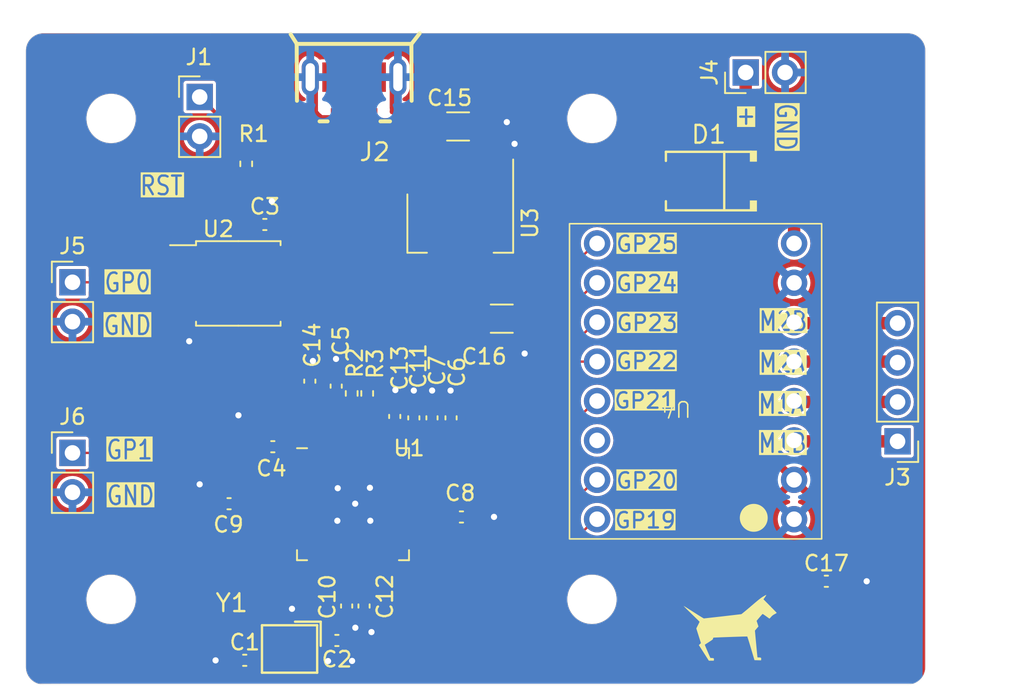
<source format=kicad_pcb>
(kicad_pcb (version 20221018) (generator pcbnew)
  (layers (0 "F.Cu" signal) (31 "B.Cu" signal) (34 "B.Paste" user) (35 "F.Paste" user) (36 "B.SilkS" user "B.Silkscreen") (37 "F.SilkS" user "F.Silkscreen") (38 "B.Mask" user) (39 "F.Mask" user) (44 "Edge.Cuts" user))
  (net 0 "")
  (net 1 "GND")
  (net 2 "Net-(U1-XIN)")
  (net 3 "Net-(U1-XOUT)")
  (net 4 "+3.3V")
  (net 5 "+1V1")
  (net 6 "VBUS")
  (net 7 "Net-(J1-Pin_1)")
  (net 8 "/USB_D-")
  (net 9 "/USB_D+")
  (net 11 "/GPIO_0")
  (net 12 "/GPIO_1")
  (net 13 "/GPIO_2")
  (net 14 "/GPIO_3")
  (net 15 "/GPIO_4")
  (net 16 "/GPIO_5")
  (net 17 "/GPIO_6")
  (net 18 "/GPIO_7")
  (net 19 "/GPIO_8")
  (net 20 "/GPIO_9")
  (net 21 "/GPIO_10")
  (net 22 "/GPIO_11")
  (net 23 "/GPIO_12")
  (net 24 "/GPIO_13")
  (net 25 "/GPIO_14")
  (net 26 "/GPIO_15")
  (net 27 "/RUN")
  (net 28 "/GPIO_16")
  (net 29 "/GPIO_17")
  (net 30 "/GPIO_18")
  (net 31 "/GPIO_19")
  (net 32 "/GPIO_20")
  (net 33 "/GPIO_21")
  (net 34 "/GPIO_22")
  (net 35 "/GPIO_23")
  (net 36 "/GPIO_24")
  (net 37 "/GPIO_25")
  (net 38 "/GPIO_26_ADC0")
  (net 39 "/GPIO_26_ADC1")
  (net 40 "/GPIO_26_ADC2")
  (net 41 "/GPIO_26_ADC3")
  (net 42 "/SWCLK")
  (net 43 "/SWD")
  (net 44 "/QSPI_SS")
  (net 45 "Net-(U1-USB_DP)")
  (net 46 "Net-(U1-USB_DM)")
  (net 47 "/QSPI_SD3")
  (net 48 "/QSPI_SCLK")
  (net 49 "/QSPI_SD0")
  (net 50 "/QSPI_SD2")
  (net 51 "/QSPI_SD1")
  (net 52 "/VM")
  (net 53 "/M1B")
  (net 54 "/M1A")
  (net 55 "/M2A")
  (net 56 "/M2B")
  (footprint "Capacitor_SMD:C_0402_1005Metric" (layer "F.Cu") (at 112.405 79.495)
    (fp_text reference "C1")
    (fp_text value "12pF")
  )
  (footprint "Capacitor_SMD:C_1206_3216Metric" (layer "F.Cu") (at 128.975 57.47)
    (fp_text reference "C16")
    (fp_text value "10uF")
  )
  (footprint "Resistor_SMD:R_0402_1005Metric" (layer "F.Cu") (at 119.3 62.29 -90)
    (fp_text reference "R2")
    (fp_text value "27r")
  )
  (footprint "Connector_PinHeader_2.54mm:PinHeader_1x02_P2.54mm_Vertical" (layer "F.Cu") (at 101.3 55.125)
    (fp_text reference "J5")
    (fp_text value "Conn_01x02")
  )
  (footprint "Capacitor_SMD:C_0402_1005Metric" (layer "F.Cu") (at 123.305 63.865 90)
    (fp_text reference "C11")
    (fp_text value "1uF")
  )
  (footprint "Resistor_SMD:R_0402_1005Metric" (layer "F.Cu") (at 112.5 47.49 -90)
    (fp_text reference "R1")
    (fp_text value "1k")
  )
  (footprint "Package_DFN_QFN:QFN-56-1EP_7x7mm_P0.4mm_EP3.2x3.2mm" (layer "F.Cu") (at 119.385 69.4325)
    (fp_text reference "U1")
    (fp_text value "RP2040")
  )
  (footprint "Connector_PinHeader_2.54mm:PinHeader_1x02_P2.54mm_Vertical" (layer "F.Cu") (at 101.3 66.125)
    (fp_text reference "J6")
    (fp_text value "Conn_01x02")
  )
  (footprint "Connector_PinHeader_2.54mm:PinHeader_1x02_P2.54mm_Vertical" (layer "F.Cu") (at 109.5 43.18)
    (fp_text reference "J1")
    (fp_text value "Conn_01x02_Pin")
  )
  (footprint "Capacitor_SMD:C_0402_1005Metric" (layer "F.Cu") (at 122.075 63.775 90)
    (fp_text reference "C13")
    (fp_text value "1uF")
  )
  (footprint "Capacitor_SMD:C_0402_1005Metric" (layer "F.Cu") (at 126.375 70.255)
    (fp_text reference "C8")
    (fp_text value "100nF")
  )
  (footprint "Capacitor_SMD:C_0402_1005Metric" (layer "F.Cu") (at 118.345 78.215 180)
    (fp_text reference "C2")
    (fp_text value "12pF")
  )
  (footprint "Capacitor_SMD:C_0402_1005Metric" (layer "F.Cu") (at 116.6 61.5 90)
    (fp_text reference "C14")
    (fp_text value "100nF")
  )
  (footprint "Capacitor_SMD:C_0402_1005Metric" (layer "F.Cu") (at 149.9 74.4)
    (fp_text reference "C17")
    (fp_text value "100nF")
  )
  (footprint "Resistor_SMD:R_0402_1005Metric" (layer "F.Cu") (at 120.3 62.29 90)
    (fp_text reference "R3")
    (fp_text value "27r")
  )
  (footprint "Capacitor_SMD:C_0402_1005Metric" (layer "F.Cu") (at 113.7 51.4)
    (fp_text reference "C3")
    (fp_text value "100nf")
  )
  (footprint "CDog:Diode_Schottky_SMB(DO-214AA)" (layer "F.Cu") (at 142.3 48.6 180)
    (fp_text reference "D1")
    (fp_text value "1N5401" hide)
  )
  (footprint "Connector_PinHeader_2.54mm:PinHeader_1x02_P2.54mm_Vertical" (layer "F.Cu") (at 144.7 41.6 90)
    (fp_text reference "J4")
    (fp_text value "Conn_01x02")
  )
  (footprint "Capacitor_SMD:C_0402_1005Metric" (layer "F.Cu") (at 118.3 61.82 90)
    (fp_text reference "C5")
    (fp_text value "100nF")
  )
  (footprint "cdog:Xstal_2520_4P_XYDBPCNANF-12MHZ" (layer "F.Cu") (at 115.295 78.765 180)
    (fp_text reference "Y1")
    (fp_text value "XYDBPCNANF-12MHZ" hide)
  )
  (footprint "Package_SO:SOIC-8_5.23x5.23mm_P1.27mm" (layer "F.Cu") (at 111.99 55.2)
    (fp_text reference "U2")
    (fp_text value "W25Q128JVS")
  )
  (footprint "Capacitor_SMD:C_0402_1005Metric" (layer "F.Cu") (at 114.215 65.725 180)
    (fp_text reference "C4")
    (fp_text value "100nF")
  )
  (footprint "Capacitor_SMD:C_0402_1005Metric" (layer "F.Cu") (at 125.705 63.865 90)
    (fp_text reference "C6")
    (fp_text value "100nF")
  )
  (footprint "Capacitor_SMD:C_0402_1005Metric" (layer "F.Cu") (at 111.395 69.4 180)
    (fp_text reference "C9")
    (fp_text value "100nF")
  )
  (footprint "CDog:MICRO-USB-SMD_C393940" (layer "F.Cu") (at 119.455 43.425 180)
    (fp_text reference "J2")
    (fp_text value "USB_B_Micro" hide)
  )
  (footprint "Capacitor_SMD:C_1206_3216Metric" (layer "F.Cu") (at 126.16 45.08)
    (fp_text reference "C15")
    (fp_text value "10uF")
  )
  (footprint "Capacitor_SMD:C_0402_1005Metric" (layer "F.Cu") (at 118.975 75.995 -90)
    (fp_text reference "C10")
    (fp_text value "100nF")
  )
  (footprint "CDog:TMC2208_Module" (layer "F.Cu") (at 140.2 62.78 180)
    (fp_text reference "U4")
    (fp_text value "~")
  )
  (footprint "Capacitor_SMD:C_0402_1005Metric" (layer "F.Cu") (at 124.475 63.865 90)
    (fp_text reference "C7")
    (fp_text value "100nF")
  )
  (footprint "Package_TO_SOT_SMD:SOT-223" (layer "F.Cu") (at 126.3 51.31 -90)
    (fp_text reference "U3")
    (fp_text value "NCP1117ST33T3G1")
  )
  (footprint "Connector_PinHeader_2.54mm:PinHeader_1x04_P2.54mm_Vertical" (layer "F.Cu") (at 154.49 65.38 180)
    (fp_text reference "J3")
    (fp_text value "Motor Coil Connector")
  )
  (footprint "Capacitor_SMD:C_0402_1005Metric" (layer "F.Cu") (at 120.095 75.995 -90)
    (fp_text reference "C12")
    (fp_text value "100nF")
  )
  (gr_poly (pts (xy 146.028089 75.27866) (xy 146.028472 75.27957) (xy 146.0286 75.280817) (xy 146.028479 75.282392) (xy 146.028112 75.284286) (xy 146.027507 75.28649) (xy 146.025598 75.291793) (xy 146.022795 75.298233) (xy 146.019139 75.305739) (xy 146.014672 75.314241) (xy 146.009435 75.32367) (xy 146.003471 75.333954) (xy 145.996821 75.345024) (xy 145.989526 75.356811) (xy 145.98163 75.369243) (xy 145.973172 75.382252) (xy 145.964196 75.395767) (xy 145.954743 75.409718) (xy 145.944855 75.424035) (xy 145.846951 75.564414) (xy 146.273911 75.99578) (xy 146.439605 76.164179) (xy 146.575149 76.303867) (xy 146.666562 76.40029) (xy 146.691351 76.427731) (xy 146.699864 76.4389) (xy 146.699686 76.439613) (xy 146.699158 76.440498) (xy 146.69829 76.441551) (xy 146.69709 76.442766) (xy 146.69373 76.44566) (xy 146.68915 76.44914) (xy 146.683422 76.453164) (xy 146.676617 76.45769) (xy 146.668806 76.462677) (xy 146.660062 76.468083) (xy 146.640059 76.479984) (xy 146.617178 76.493061) (xy 146.591994 76.50698) (xy 146.565078 76.521408) (xy 146.546551 76.531364) (xy 146.529026 76.541138) (xy 146.51241 76.550802) (xy 146.496611 76.560429) (xy 146.481533 76.570093) (xy 146.467084 76.579866) (xy 146.453171 76.589822) (xy 146.439699 76.600033) (xy 146.426576 76.610572) (xy 146.413708 76.621513) (xy 146.401 76.632928) (xy 146.388361 76.64489) (xy 146.375696 76.657473) (xy 146.362913 76.67075) (xy 146.349916 76.684792) (xy 146.336614 76.699675) (xy 146.317414 76.721276) (xy 146.299155 76.741419) (xy 146.282262 76.759662) (xy 146.267158 76.775566) (xy 146.254267 76.788689) (xy 146.244015 76.798589) (xy 146.236824 76.804826) (xy 146.23451 76.806433) (xy 146.23312 76.806959) (xy 146.231141 76.80617) (xy 146.227087 76.803854) (xy 146.213201 76.794958) (xy 146.192357 76.780897) (xy 146.165452 76.762298) (xy 146.13338 76.739789) (xy 146.097037 76.713996) (xy 146.015121 76.655068) (xy 145.972762 76.624715) (xy 145.932579 76.596591) (xy 145.895498 76.571297) (xy 145.862446 76.549436) (xy 145.834351 76.531612) (xy 145.81214 76.518427) (xy 145.796741 76.510483) (xy 145.791885 76.508665) (xy 145.78908 76.508384) (xy 145.786415 76.510261) (xy 145.781946 76.514261) (xy 145.775775 76.520277) (xy 145.768006 76.528198) (xy 145.748087 76.549326) (xy 145.723017 76.576775) (xy 145.693625 76.609677) (xy 145.660738 76.647162) (xy 145.625185 76.688361) (xy 145.587794 76.732406) (xy 145.403379 76.951465) (xy 145.463335 77.132803) (xy 145.523278 77.314153) (xy 145.409495 77.44785) (xy 145.295694 77.581612) (xy 145.370494 78.391445) (xy 145.425512 78.978775) (xy 145.452766 79.25367) (xy 145.460262 79.306134) (xy 145.564434 79.310368) (xy 145.58651 79.311334) (xy 145.606265 79.312711) (xy 145.623807 79.314596) (xy 145.639241 79.317086) (xy 145.646201 79.318589) (xy 145.652675 79.320279) (xy 145.658675 79.322169) (xy 145.664215 79.32427) (xy 145.669308 79.326596) (xy 145.673968 79.329159) (xy 145.678208 79.331969) (xy 145.682041 79.335041) (xy 145.68548 79.338385) (xy 145.688539 79.342014) (xy 145.691232 79.34594) (xy 145.693571 79.350175) (xy 145.695569 79.354731) (xy 145.697241 79.359621) (xy 145.6986 79.364857) (xy 145.699658 79.37045) (xy 145.70043 79.376414) (xy 145.700928 79.382759) (xy 145.701157 79.396645) (xy 145.700452 79.412204) (xy 145.69892 79.429535) (xy 145.691554 79.498762) (xy 145.478607 79.492463) (xy 145.265653 79.486164) (xy 145.040776 78.725973) (xy 144.952012 78.430294) (xy 144.876566 78.187169) (xy 144.822419 78.021759) (xy 144.805826 77.97606) (xy 144.797551 77.959226) (xy 144.48306 77.965794) (xy 143.796728 77.987698) (xy 143.08318 78.013231) (xy 142.687043 78.030686) (xy 142.6591 78.033036) (xy 142.647725 78.034232) (xy 142.637907 78.035564) (xy 142.629519 78.03712) (xy 142.622429 78.038992) (xy 142.619331 78.040074) (xy 142.616509 78.041269) (xy 142.613947 78.042587) (xy 142.611629 78.044041) (xy 142.609539 78.045641) (xy 142.607661 78.047399) (xy 142.605978 78.049325) (xy 142.604473 78.051432) (xy 142.603132 78.053731) (xy 142.601938 78.056232) (xy 142.600875 78.058947) (xy 142.599926 78.061887) (xy 142.598306 78.068489) (xy 142.59695 78.076127) (xy 142.594512 78.094874) (xy 142.593159 78.104641) (xy 142.592315 78.109234) (xy 142.591305 78.11368) (xy 142.590088 78.118013) (xy 142.588622 78.122267) (xy 142.586869 78.126477) (xy 142.584785 78.130677) (xy 142.582332 78.134902) (xy 142.579467 78.139185) (xy 142.57615 78.143562) (xy 142.57234 78.148068) (xy 142.567996 78.152735) (xy 142.563078 78.157599) (xy 142.557545 78.162695) (xy 142.551355 78.168055) (xy 142.544468 78.173717) (xy 142.536843 78.179712) (xy 142.52844 78.186076) (xy 142.519217 78.192844) (xy 142.509133 78.20005) (xy 142.498148 78.207727) (xy 142.473311 78.224637) (xy 142.444379 78.243848) (xy 142.411026 78.265637) (xy 142.329745 78.318049) (xy 142.145552 78.436892) (xy 142.08795 78.474477) (xy 142.064931 78.48998) (xy 142.065155 78.492935) (xy 142.067222 78.500066) (xy 142.076528 78.525999) (xy 142.092128 78.56605) (xy 142.113304 78.618494) (xy 142.169506 78.753649) (xy 142.239381 78.917648) (xy 142.420696 79.338971) (xy 142.502291 79.345272) (xy 142.552936 79.349605) (xy 142.573554 79.351795) (xy 142.591298 79.354178) (xy 142.606366 79.356888) (xy 142.618955 79.360057) (xy 142.624381 79.361856) (xy 142.629262 79.36382) (xy 142.633621 79.365966) (xy 142.637483 79.368309) (xy 142.640874 79.370868) (xy 142.643817 79.373659) (xy 142.646338 79.376697) (xy 142.64846 79.380001) (xy 142.65021 79.383586) (xy 142.65161 79.38747) (xy 142.652686 79.391669) (xy 142.653463 79.396199) (xy 142.654217 79.406321) (xy 142.654068 79.417969) (xy 142.653215 79.431278) (xy 142.651854 79.446379) (xy 142.644526 79.521906) (xy 142.484456 79.521906) (xy 142.324386 79.521718) (xy 142.002 79.018228) (xy 142.002113 79.017549) (xy 141.679728 78.514061) (xy 141.747057 78.451049) (xy 141.814391 78.387994) (xy 141.664879 77.914299) (xy 141.515368 77.440552) (xy 141.62013 77.232488) (xy 141.660838 77.150729) (xy 141.694231 77.081906) (xy 141.716861 77.033253) (xy 141.723061 77.018751) (xy 141.725277 77.012004) (xy 141.722617 77.008162) (xy 141.714726 76.999311) (xy 141.684317 76.967641) (xy 141.636186 76.919112) (xy 141.572472 76.855839) (xy 141.406838 76.693525) (xy 141.204513 76.497627) (xy 141.003486 76.302324) (xy 140.841381 76.141653) (xy 140.734748 76.032247) (xy 140.707405 76.001965) (xy 140.701132 75.993839) (xy 140.700136 75.990736) (xy 140.701813 75.990885) (xy 140.705091 75.992095) (xy 140.716281 75.997591) (xy 140.75605 76.020145) (xy 140.816806 76.056708) (xy 140.895912 76.105588) (xy 141.09862 76.233537) (xy 141.343076 76.390466) (xy 141.588997 76.547689) (xy 141.795691 76.676586) (xy 141.941454 76.763847) (xy 141.984703 76.787705) (xy 141.997732 76.793963) (xy 142.00458 76.796162) (xy 143.197963 76.6636) (xy 144.416307 76.52161) (xy 144.422774 76.518223) (xy 144.435082 76.509789) (xy 144.475941 76.478822) (xy 144.536319 76.430791) (xy 144.613654 76.36778) (xy 144.705384 76.291871) (xy 144.808944 76.205147) (xy 144.921772 76.10969) (xy 145.041305 76.007584) (xy 145.343925 75.749954) (xy 145.45858 75.654525) (xy 145.554042 75.577185) (xy 145.634243 75.514807) (xy 145.703115 75.464265) (xy 145.764591 75.422433) (xy 145.822602 75.386186) (xy 145.860999 75.363483) (xy 145.897423 75.34252) (xy 145.931034 75.323739) (xy 145.960989 75.307584) (xy 145.986449 75.294498) (xy 146.006573 75.284926) (xy 146.020519 75.27931) (xy 146.024912 75.278125) (xy 146.027446 75.278095)) (fill solid) (layer "F.SilkS"))
  (gr_circle (center 145.22 70.31) (end 146.02 70.51) (stroke (width 0.15)) (fill solid) (layer "F.SilkS"))
  (gr_line (start 136.308519 75.09132) (end 136.329944 75.166771) (stroke (width 0.019999)) (layer "Edge.Cuts"))
  (gr_line (start 104.262817 43.045621) (end 104.336695 43.070619) (stroke (width 0.019999)) (layer "Edge.Cuts"))
  (gr_line (start 102.6657 45.688438) (end 102.613053 45.633218) (stroke (width 0.019999)) (layer "Edge.Cuts"))
  (gr_line (start 102.232303 44.884578) (end 102.21832 44.806279) (stroke (width 0.019999)) (layer "Edge.Cuts"))
  (gr_line (start 133.901018 45.882591) (end 133.83868 45.838261) (stroke (width 0.019999)) (layer "Edge.Cuts"))
  (gr_line (start 134.100671 74.130932) (end 134.171102 74.099091) (stroke (width 0.019999)) (layer "Edge.Cuts"))
  (gr_line (start 136.361682 44.806279) (end 136.347699 44.884578) (stroke (width 0.019999)) (layer "Edge.Cuts"))
  (gr_line (start 133.356793 74.874807) (end 133.391906 74.806249) (stroke (width 0.019999)) (layer "Edge.Cuts"))
  (gr_line (start 103.243305 43.070619) (end 103.317183 43.045621) (stroke (width 0.019999)) (layer "Edge.Cuts"))
  (gr_line (start 103.171101 77.029185) (end 103.10067 76.997344) (stroke (width 0.019999)) (layer "Edge.Cuts"))
  (gr_line (start 136.308519 76.036956) (end 136.283521 76.110834) (stroke (width 0.019999)) (layer "Edge.Cuts"))
  (gr_line (start 156.117005 80.512074) (end 156.08772 80.557754) (stroke (width 0.019999)) (layer "Edge.Cuts"))
  (gr_line (start 133.901018 76.882589) (end 133.83868 76.83826) (stroke (width 0.019999)) (layer "Edge.Cuts"))
  (gr_line (start 134.627434 73.982351) (end 134.708181 73.976211) (stroke (width 0.019999)) (layer "Edge.Cuts"))
  (gr_line (start 133.563081 45.575525) (end 133.515879 45.51546) (stroke (width 0.019999)) (layer "Edge.Cuts"))
  (gr_line (start 136.108455 76.453122) (end 136.064125 76.51546) (stroke (width 0.019999)) (layer "Edge.Cuts"))
  (gr_line (start 104.032141 42.992458) (end 104.11044 43.006441) (stroke (width 0.019999)) (layer "Edge.Cuts"))
  (gr_line (start 102.838678 76.83826) (end 102.778613 76.791058) (stroke (width 0.019999)) (layer "Edge.Cuts"))
  (gr_line (start 105.371791 75.726707) (end 105.36168 75.80628) (stroke (width 0.019999)) (layer "Edge.Cuts"))
  (gr_line (start 104.914299 45.688438) (end 104.85908 45.741085) (stroke (width 0.019999)) (layer "Edge.Cuts"))
  (gr_line (start 133.356793 43.874808) (end 133.391906 43.80625) (stroke (width 0.019999)) (layer "Edge.Cuts"))
  (gr_line (start 105.377931 75.482317) (end 105.38 75.564138) (stroke (width 0.019999)) (layer "Edge.Cuts"))
  (gr_line (start 102.356791 45.253468) (end 102.32495 45.183037) (stroke (width 0.019999)) (layer "Edge.Cuts"))
  (gr_line (start 136.329944 44.166773) (end 136.347699 44.243698) (stroke (width 0.019999)) (layer "Edge.Cuts"))
  (gr_line (start 103.032112 45.962234) (end 102.965527 45.923948) (stroke (width 0.019999)) (layer "Edge.Cuts"))
  (gr_line (start 104.262817 74.045624) (end 104.336695 74.070622) (stroke (width 0.019999)) (layer "Edge.Cuts"))
  (gr_line (start 98.842062 39.237133) (end 98.88921 39.210024) (stroke (width 0.019999)) (layer "Edge.Cuts"))
  (gr_line (start 136.371793 75.726707) (end 136.361682 75.80628) (stroke (width 0.019999)) (layer "Edge.Cuts"))
  (gr_line (start 136.371793 44.40157) (end 136.377933 44.482317) (stroke (width 0.019999)) (layer "Edge.Cuts"))
  (gr_line (start 134.317185 77.082652) (end 134.243307 77.057654) (stroke (width 0.019999)) (layer "Edge.Cuts"))
  (gr_line (start 98.937755 80.943113) (end 98.88921 80.91825) (stroke (width 0.019999)) (layer "Edge.Cuts"))
  (gr_line (start 102.271483 76.036956) (end 102.250057 75.961505) (stroke (width 0.019999)) (layer "Edge.Cuts"))
  (gr_line (start 156.229383 39.865204) (end 156.244555 39.91863) (stroke (width 0.019999)) (layer "Edge.Cuts"))
  (gr_line (start 105.371791 44.40157) (end 105.377931 44.482317) (stroke (width 0.019999)) (layer "Edge.Cuts"))
  (gr_line (start 135.614474 74.20433) (end 135.678986 74.245687) (stroke (width 0.019999)) (layer "Edge.Cuts"))
  (gr_line (start 103.317183 43.045621) (end 103.392634 43.024195) (stroke (width 0.019999)) (layer "Edge.Cuts"))
  (gr_line (start 133.901018 74.245687) (end 133.965529 74.20433) (stroke (width 0.019999)) (layer "Edge.Cuts"))
  (gr_line (start 136.377933 75.645959) (end 136.371793 75.726707) (stroke (width 0.019999)) (layer "Edge.Cuts"))
  (gr_line (start 99.091066 39.124755) (end 99.144492 39.109583) (stroke (width 0.019999)) (layer "Edge.Cuts"))
  (gr_line (start 133.430192 45.38861) (end 133.391906 45.322026) (stroke (width 0.019999)) (layer "Edge.Cuts"))
  (gr_line (start 133.324952 74.945238) (end 133.356793 74.874807) (stroke (width 0.019999)) (layer "Edge.Cuts"))
  (gr_line (start 103.708179 77.152065) (end 103.627432 77.145925) (stroke (width 0.019999)) (layer "Edge.Cuts"))
  (gr_line (start 134.95257 42.982347) (end 135.032143 42.992458) (stroke (width 0.019999)) (layer "Edge.Cuts"))
  (gr_line (start 155.541246 39.142455) (end 155.592374 39.162614) (stroke (width 0.019999)) (layer "Edge.Cuts"))
  (gr_line (start 134.243307 46.057657) (end 134.171102 46.029188) (stroke (width 0.019999)) (layer "Edge.Cuts"))
  (gr_line (start 133.778614 43.337217) (end 133.83868 43.290015) (stroke (width 0.019999)) (layer "Edge.Cuts"))
  (gr_line (start 135.801389 76.791058) (end 135.741324 76.83826) (stroke (width 0.019999)) (layer "Edge.Cuts"))
  (gr_line (start 98.70971 80.797043) (end 98.668858 80.761657) (stroke (width 0.019999)) (layer "Edge.Cuts"))
  (gr_line (start 135.801389 74.337218) (end 135.859082 74.387192) (stroke (width 0.019999)) (layer "Edge.Cuts"))
  (gr_line (start 156.168977 39.711893) (end 156.191524 39.761764) (stroke (width 0.019999)) (layer "Edge.Cuts"))
  (gr_line (start 105.308517 75.09132) (end 105.329943 75.166771) (stroke (width 0.019999)) (layer "Edge.Cuts"))
  (gr_line (start 133.391906 76.322027) (end 133.356793 76.253469) (stroke (width 0.019999)) (layer "Edge.Cuts"))
  (gr_line (start 103.547859 73.992462) (end 103.627432 73.982351) (stroke (width 0.019999)) (layer "Edge.Cuts"))
  (gr_line (start 105.223209 45.253468) (end 105.188095 45.322026) (stroke (width 0.019999)) (layer "Edge.Cuts"))
  (gr_line (start 133.430192 74.739665) (end 133.471549 74.675154) (stroke (width 0.019999)) (layer "Edge.Cuts"))
  (gr_line (start 105.223209 76.253469) (end 105.188095 76.322027) (stroke (width 0.019999)) (layer "Edge.Cuts"))
  (gr_line (start 133.563081 43.552751) (end 133.613055 43.495058) (stroke (width 0.019999)) (layer "Edge.Cuts"))
  (gr_line (start 156.191524 80.36651) (end 156.168977 80.416381) (stroke (width 0.019999)) (layer "Edge.Cuts"))
  (gr_line (start 133.515879 45.51546) (end 133.471549 45.453122) (stroke (width 0.019999)) (layer "Edge.Cuts"))
  (gr_line (start 104.11044 43.006441) (end 104.187365 43.024195) (stroke (width 0.019999)) (layer "Edge.Cuts"))
  (gr_line (start 105.016921 74.552751) (end 105.064123 74.612816) (stroke (width 0.019999)) (layer "Edge.Cuts"))
  (gr_line (start 103.627432 46.145929) (end 103.547859 46.135818) (stroke (width 0.019999)) (layer "Edge.Cuts"))
  (gr_line (start 103.392634 46.104081) (end 103.317183 46.082655) (stroke (width 0.019999)) (layer "Edge.Cuts"))
  (gr_line (start 135.187367 74.024199) (end 135.262819 74.045624) (stroke (width 0.019999)) (layer "Edge.Cuts"))
  (gr_line (start 156.022907 39.483848) (end 156.056331 39.526379) (stroke (width 0.019999)) (layer "Edge.Cuts"))
  (gr_line (start 98.301465 79.98621) (end 98.3 79.928274) (stroke (width 0.019999)) (layer "Edge.Cuts"))
  (gr_line (start 105.371791 44.726706) (end 105.36168 44.806279) (stroke (width 0.019999)) (layer "Edge.Cuts"))
  (gr_line (start 134.790002 42.974138) (end 134.871823 42.976207) (stroke (width 0.019999)) (layer "Edge.Cuts"))
  (gr_line (start 135.336697 74.070622) (end 135.408901 74.099091) (stroke (width 0.019999)) (layer "Edge.Cuts"))
  (gr_line (start 105.36168 44.321997) (end 105.371791 44.40157) (stroke (width 0.019999)) (layer "Edge.Cuts"))
  (gr_line (start 133.720922 45.741085) (end 133.665702 45.688438) (stroke (width 0.019999)) (layer "Edge.Cuts"))
  (gr_line (start 155.26925 39.079951) (end 155.325595 39.087111) (stroke (width 0.019999)) (layer "Edge.Cuts"))
  (gr_line (start 104.85908 45.741085) (end 104.801387 45.791059) (stroke (width 0.019999)) (layer "Edge.Cuts"))
  (gr_line (start 105.377931 75.645959) (end 105.371791 75.726707) (stroke (width 0.019999)) (layer "Edge.Cuts"))
  (gr_line (start 136.347699 44.243698) (end 136.361682 44.321997) (stroke (width 0.019999)) (layer "Edge.Cuts"))
  (gr_line (start 156.257126 39.9731) (end 156.267027 40.028543) (stroke (width 0.019999)) (layer "Edge.Cuts"))
  (gr_line (start 98.312973 40.028543) (end 98.322874 39.9731) (stroke (width 0.019999)) (layer "Edge.Cuts"))
  (gr_line (start 98.592479 39.442996) (end 98.629758 39.403896) (stroke (width 0.019999)) (layer "Edge.Cuts"))
  (gr_line (start 136.255052 43.945239) (end 136.283521 44.017443) (stroke (width 0.019999)) (layer "Edge.Cuts"))
  (gr_line (start 105.36168 44.806279) (end 105.347697 44.884578) (stroke (width 0.019999)) (layer "Edge.Cuts"))
  (gr_line (start 134.469562 43.006441) (end 134.547861 42.992458) (stroke (width 0.019999)) (layer "Edge.Cuts"))
  (gr_line (start 135.741324 45.838261) (end 135.678986 45.882591) (stroke (width 0.019999)) (layer "Edge.Cuts"))
  (gr_line (start 98.557093 39.483848) (end 98.592479 39.442996) (stroke (width 0.019999)) (layer "Edge.Cuts"))
  (gr_line (start 135.614474 76.923946) (end 135.54789 76.962231) (stroke (width 0.019999)) (layer "Edge.Cuts"))
  (gr_line (start 99.038754 39.142455) (end 99.091066 39.124755) (stroke (width 0.019999)) (layer "Edge.Cuts"))
  (gr_line (start 103.10067 76.997344) (end 103.032112 76.962231) (stroke (width 0.019999)) (layer "Edge.Cuts"))
  (gr_line (start 102.613053 76.633218) (end 102.563079 76.575525) (stroke (width 0.019999)) (layer "Edge.Cuts"))
  (gr_line (start 105.283519 76.110834) (end 105.25505 76.183038) (stroke (width 0.019999)) (layer "Edge.Cuts"))
  (gr_line (start 98.523669 80.601895) (end 98.49228 80.557754) (stroke (width 0.019999)) (layer "Edge.Cuts"))
  (gr_line (start 104.914299 74.439839) (end 104.966946 74.495058) (stroke (width 0.019999)) (layer "Edge.Cuts"))
  (gr_line (start 98.752241 39.297807) (end 98.796383 39.266418) (stroke (width 0.019999)) (layer "Edge.Cuts"))
  (gr_line (start 102.32495 74.945238) (end 102.356791 74.874807) (stroke (width 0.019999)) (layer "Edge.Cuts"))
  (gr_line (start 99.254405 39.087111) (end 99.31075 39.079951) (stroke (width 0.019999)) (layer "Edge.Cuts"))
  (gr_line (start 102.613053 45.633218) (end 102.563079 45.575525) (stroke (width 0.019999)) (layer "Edge.Cuts"))
  (gr_line (start 99.144492 81.018691) (end 99.091066 81.003519) (stroke (width 0.019999)) (layer "Edge.Cuts"))
  (gr_line (start 156.28 40.2) (end 156.28 79.928274) (stroke (width 0.019999)) (layer "Edge.Cuts"))
  (gr_line (start 155.381038 81.031262) (end 155.325595 81.041163) (stroke (width 0.019999)) (layer "Edge.Cuts"))
  (gr_line (start 135.032143 46.135818) (end 134.95257 46.145929) (stroke (width 0.019999)) (layer "Edge.Cuts"))
  (gr_line (start 134.392636 43.024195) (end 134.469562 43.006441) (stroke (width 0.019999)) (layer "Edge.Cuts"))
  (gr_line (start 98.557093 80.644426) (end 98.523669 80.601895) (stroke (width 0.019999)) (layer "Edge.Cuts"))
  (gr_line (start 102.250057 75.961505) (end 102.232303 75.884579) (stroke (width 0.019999)) (layer "Edge.Cuts"))
  (gr_line (start 102.32495 43.945239) (end 102.356791 43.874808) (stroke (width 0.019999)) (layer "Edge.Cuts"))
  (gr_line (start 104.187365 74.024199) (end 104.262817 74.045624) (stroke (width 0.019999)) (layer "Edge.Cuts"))
  (gr_line (start 134.243307 43.070619) (end 134.317185 43.045621) (stroke (width 0.019999)) (layer "Edge.Cuts"))
  (gr_line (start 105.347697 44.884578) (end 105.329943 44.961503) (stroke (width 0.019999)) (layer "Edge.Cuts"))
  (gr_line (start 135.110442 43.006441) (end 135.187367 43.024195) (stroke (width 0.019999)) (layer "Edge.Cuts"))
  (gr_line (start 135.336697 77.057654) (end 135.262819 77.082652) (stroke (width 0.019999)) (layer "Edge.Cuts"))
  (gr_line (start 135.966948 43.495058) (end 136.016923 43.552751) (stroke (width 0.019999)) (layer "Edge.Cuts"))
  (gr_line (start 103.032112 76.962231) (end 102.965527 76.923946) (stroke (width 0.019999)) (layer "Edge.Cuts"))
  (gr_line (start 156.08772 39.57052) (end 156.117005 39.6162) (stroke (width 0.019999)) (layer "Edge.Cuts"))
  (gr_line (start 135.859082 45.741085) (end 135.801389 45.791059) (stroke (width 0.019999)) (layer "Edge.Cuts"))
  (gr_line (start 98.368317 39.812892) (end 98.388476 39.761764) (stroke (width 0.019999)) (layer "Edge.Cuts"))
  (gr_line (start 133.471549 76.453122) (end 133.430192 76.388611) (stroke (width 0.019999)) (layer "Edge.Cuts"))
  (gr_line (start 134.392636 77.104077) (end 134.317185 77.082652) (stroke (width 0.019999)) (layer "Edge.Cuts"))
  (gr_line (start 136.283521 44.017443) (end 136.308519 44.091321) (stroke (width 0.019999)) (layer "Edge.Cuts"))
  (gr_line (start 136.188097 76.322027) (end 136.149812 76.388611) (stroke (width 0.019999)) (layer "Edge.Cuts"))
  (gr_line (start 102.965527 76.923946) (end 102.901016 76.882589) (stroke (width 0.019999)) (layer "Edge.Cuts"))
  (gr_line (start 99.091066 81.003519) (end 99.038754 80.985819) (stroke (width 0.019999)) (layer "Edge.Cuts"))
  (gr_line (start 102.6657 76.688437) (end 102.613053 76.633218) (stroke (width 0.019999)) (layer "Edge.Cuts"))
  (gr_line (start 135.966948 76.633218) (end 135.914301 76.688437) (stroke (width 0.019999)) (layer "Edge.Cuts"))
  (gr_line (start 105.283519 75.017442) (end 105.308517 75.09132) (stroke (width 0.019999)) (layer "Edge.Cuts"))
  (gr_line (start 102.965527 45.923948) (end 102.901016 45.882591) (stroke (width 0.019999)) (layer "Edge.Cuts"))
  (gr_line (start 133.202071 75.482317) (end 133.208211 75.401569) (stroke (width 0.019999)) (layer "Edge.Cuts"))
  (gr_line (start 156.229383 80.26307) (end 156.211683 80.315383) (stroke (width 0.019999)) (layer "Edge.Cuts"))
  (gr_line (start 103.952568 77.145925) (end 103.871821 77.152065) (stroke (width 0.019999)) (layer "Edge.Cuts"))
  (gr_line (start 156.168977 80.416381) (end 156.144114 80.464926) (stroke (width 0.019999)) (layer "Edge.Cuts"))
  (gr_line (start 134.547861 42.992458) (end 134.627434 42.982347) (stroke (width 0.019999)) (layer "Edge.Cuts"))
  (gr_line (start 134.871823 77.152065) (end 134.790002 77.154134) (stroke (width 0.019999)) (layer "Edge.Cuts"))
  (gr_line (start 103.392634 43.024195) (end 103.46956 43.006441) (stroke (width 0.019999)) (layer "Edge.Cuts"))
  (gr_line (start 133.202071 75.645959) (end 133.200002 75.564138) (stroke (width 0.019999)) (layer "Edge.Cuts"))
  (gr_line (start 133.665702 45.688438) (end 133.613055 45.633218) (stroke (width 0.019999)) (layer "Edge.Cuts"))
  (gr_line (start 105.329943 75.961505) (end 105.308517 76.036956) (stroke (width 0.019999)) (layer "Edge.Cuts"))
  (gr_line (start 102.43019 43.739666) (end 102.471547 43.675154) (stroke (width 0.019999)) (layer "Edge.Cuts"))
  (gr_line (start 102.232303 44.243698) (end 102.250057 44.166773) (stroke (width 0.019999)) (layer "Edge.Cuts"))
  (gr_line (start 155.827758 39.297807) (end 155.87029 39.331231) (stroke (width 0.019999)) (layer "Edge.Cuts"))
  (gr_line (start 156.056331 39.526379) (end 156.08772 39.57052) (stroke (width 0.019999)) (layer "Edge.Cuts"))
  (gr_line (start 136.064125 76.51546) (end 136.016923 76.575525) (stroke (width 0.019999)) (layer "Edge.Cuts"))
  (gr_line (start 103.032112 74.166045) (end 103.10067 74.130932) (stroke (width 0.019999)) (layer "Edge.Cuts"))
  (gr_line (start 103.952568 42.982347) (end 104.032141 42.992458) (stroke (width 0.019999)) (layer "Edge.Cuts"))
  (gr_line (start 133.296483 76.110834) (end 133.271485 76.036956) (stroke (width 0.019999)) (layer "Edge.Cuts"))
  (gr_line (start 105.064123 43.612816) (end 105.108453 43.675154) (stroke (width 0.019999)) (layer "Edge.Cuts"))
  (gr_line (start 136.377933 75.482317) (end 136.380002 75.564138) (stroke (width 0.019999)) (layer "Edge.Cuts"))
  (gr_line (start 155.783617 39.266418) (end 155.827758 39.297807) (stroke (width 0.019999)) (layer "Edge.Cuts"))
  (gr_line (start 102.271483 75.09132) (end 102.296481 75.017442) (stroke (width 0.019999)) (layer "Edge.Cuts"))
  (gr_line (start 102.43019 76.388611) (end 102.391904 76.322027) (stroke (width 0.019999)) (layer "Edge.Cuts"))
  (gr_line (start 134.627434 46.145929) (end 134.547861 46.135818) (stroke (width 0.019999)) (layer "Edge.Cuts"))
  (gr_line (start 134.171102 77.029185) (end 134.100671 76.997344) (stroke (width 0.019999)) (layer "Edge.Cuts"))
  (gr_line (start 104.678984 43.245685) (end 104.741322 43.290015) (stroke (width 0.019999)) (layer "Edge.Cuts"))
  (gr_line (start 133.296483 75.017442) (end 133.324952 74.945238) (stroke (width 0.019999)) (layer "Edge.Cuts"))
  (gr_line (start 136.371793 44.726706) (end 136.361682 44.806279) (stroke (width 0.019999)) (layer "Edge.Cuts"))
  (gr_line (start 133.720922 76.741084) (end 133.665702 76.688437) (stroke (width 0.019999)) (layer "Edge.Cuts"))
  (gr_line (start 134.790002 46.154138) (end 134.708181 46.152069) (stroke (width 0.019999)) (layer "Edge.Cuts"))
  (gr_line (start 102.250057 44.961503) (end 102.232303 44.884578) (stroke (width 0.019999)) (layer "Edge.Cuts"))
  (gr_line (start 98.668858 39.366617) (end 98.70971 39.331231) (stroke (width 0.019999)) (layer "Edge.Cuts"))
  (gr_line (start 99.367926 81.052671) (end 99.31075 81.048323) (stroke (width 0.019999)) (layer "Edge.Cuts"))
  (gr_line (start 103.79 46.154138) (end 103.708179 46.152069) (stroke (width 0.019999)) (layer "Edge.Cuts"))
  (gr_line (start 133.250059 44.961503) (end 133.232305 44.884578) (stroke (width 0.019999)) (layer "Edge.Cuts"))
  (gr_line (start 102.356791 74.874807) (end 102.391904 74.806249) (stroke (width 0.019999)) (layer "Edge.Cuts"))
  (gr_line (start 105.016921 45.575525) (end 104.966946 45.633218) (stroke (width 0.019999)) (layer "Edge.Cuts"))
  (gr_line (start 135.110442 77.121831) (end 135.032143 77.135814) (stroke (width 0.019999)) (layer "Edge.Cuts"))
  (gr_line (start 104.408899 77.029185) (end 104.336695 77.057654) (stroke (width 0.019999)) (layer "Edge.Cuts"))
  (gr_line (start 135.187367 43.024195) (end 135.262819 43.045621) (stroke (width 0.019999)) (layer "Edge.Cuts"))
  (gr_line (start 133.324952 43.945239) (end 133.356793 43.874808) (stroke (width 0.019999)) (layer "Edge.Cuts"))
  (gr_line (start 133.720922 43.387191) (end 133.778614 43.337217) (stroke (width 0.019999)) (layer "Edge.Cuts"))
  (gr_line (start 133.296483 44.017443) (end 133.324952 43.945239) (stroke (width 0.019999)) (layer "Edge.Cuts"))
  (gr_line (start 103.79 73.974142) (end 103.871821 73.976211) (stroke (width 0.019999)) (layer "Edge.Cuts"))
  (gr_line (start 134.032114 76.962231) (end 133.965529 76.923946) (stroke (width 0.019999)) (layer "Edge.Cuts"))
  (gr_line (start 102.613053 43.495058) (end 102.6657 43.439838) (stroke (width 0.019999)) (layer "Edge.Cuts"))
  (gr_line (start 104.187365 77.104077) (end 104.11044 77.121831) (stroke (width 0.019999)) (layer "Edge.Cuts"))
  (gr_line (start 104.336695 74.070622) (end 104.408899 74.099091) (stroke (width 0.019999)) (layer "Edge.Cuts"))
  (gr_line (start 102.778613 45.791059) (end 102.72092 45.741085) (stroke (width 0.019999)) (layer "Edge.Cuts"))
  (gr_line (start 104.032141 46.135818) (end 103.952568 46.145929) (stroke (width 0.019999)) (layer "Edge.Cuts"))
  (gr_line (start 156.244555 39.91863) (end 156.257126 39.9731) (stroke (width 0.019999)) (layer "Edge.Cuts"))
  (gr_line (start 98.937755 39.185161) (end 98.987626 39.162614) (stroke (width 0.019999)) (layer "Edge.Cuts"))
  (gr_line (start 136.377933 44.482317) (end 136.380002 44.564138) (stroke (width 0.019999)) (layer "Edge.Cuts"))
  (gr_line (start 133.613055 45.633218) (end 133.563081 45.575525) (stroke (width 0.019999)) (layer "Edge.Cuts"))
  (gr_line (start 135.54789 76.962231) (end 135.479332 76.997344) (stroke (width 0.019999)) (layer "Edge.Cuts"))
  (gr_line (start 134.100671 76.997344) (end 134.032114 76.962231) (stroke (width 0.019999)) (layer "Edge.Cuts"))
  (gr_line (start 103.871821 42.976207) (end 103.952568 42.982347) (stroke (width 0.019999)) (layer "Edge.Cuts"))
  (gr_line (start 99.31075 39.079951) (end 99.367926 39.075603) (stroke (width 0.019999)) (layer "Edge.Cuts"))
  (gr_line (start 133.218322 44.806279) (end 133.208211 44.726706) (stroke (width 0.019999)) (layer "Edge.Cuts"))
  (gr_line (start 102.515877 76.51546) (end 102.471547 76.453122) (stroke (width 0.019999)) (layer "Edge.Cuts"))
  (gr_line (start 99.038754 80.985819) (end 98.987626 80.96566) (stroke (width 0.019999)) (layer "Edge.Cuts"))
  (gr_line (start 134.032114 45.962234) (end 133.965529 45.923948) (stroke (width 0.019999)) (layer "Edge.Cuts"))
  (gr_line (start 98.49228 39.57052) (end 98.523669 39.526379) (stroke (width 0.019999)) (layer "Edge.Cuts"))
  (gr_line (start 134.171102 46.029188) (end 134.100671 45.997347) (stroke (width 0.019999)) (layer "Edge.Cuts"))
  (gr_line (start 104.408899 74.099091) (end 104.47933 74.130932) (stroke (width 0.019999)) (layer "Edge.Cuts"))
  (gr_line (start 104.801387 45.791059) (end 104.741322 45.838261) (stroke (width 0.019999)) (layer "Edge.Cuts"))
  (gr_line (start 133.202071 44.482317) (end 133.208211 44.40157) (stroke (width 0.019999)) (layer "Edge.Cuts"))
  (gr_line (start 102.208209 44.40157) (end 102.21832 44.321997) (stroke (width 0.019999)) (layer "Edge.Cuts"))
  (gr_line (start 103.171101 46.029188) (end 103.10067 45.997347) (stroke (width 0.019999)) (layer "Edge.Cuts"))
  (gr_line (start 135.408901 77.029185) (end 135.336697 77.057654) (stroke (width 0.019999)) (layer "Edge.Cuts"))
  (gr_line (start 134.547861 77.135814) (end 134.469562 77.121831) (stroke (width 0.019999)) (layer "Edge.Cuts"))
  (gr_line (start 104.187365 43.024195) (end 104.262817 43.045621) (stroke (width 0.019999)) (layer "Edge.Cuts"))
  (gr_line (start 104.85908 43.387191) (end 104.914299 43.439838) (stroke (width 0.019999)) (layer "Edge.Cuts"))
  (gr_line (start 135.741324 76.83826) (end 135.678986 76.882589) (stroke (width 0.019999)) (layer "Edge.Cuts"))
  (gr_line (start 133.515879 43.612816) (end 133.563081 43.552751) (stroke (width 0.019999)) (layer "Edge.Cuts"))
  (gr_line (start 135.859082 74.387192) (end 135.914301 74.439839) (stroke (width 0.019999)) (layer "Edge.Cuts"))
  (gr_line (start 105.329943 44.166773) (end 105.347697 44.243698) (stroke (width 0.019999)) (layer "Edge.Cuts"))
  (gr_line (start 103.392634 77.104077) (end 103.317183 77.082652) (stroke (width 0.019999)) (layer "Edge.Cuts"))
  (gr_line (start 134.392636 74.024199) (end 134.469562 74.006445) (stroke (width 0.019999)) (layer "Edge.Cuts"))
  (gr_line (start 102.250057 44.166773) (end 102.271483 44.091321) (stroke (width 0.019999)) (layer "Edge.Cuts"))
  (gr_line (start 98.88921 39.210024) (end 98.937755 39.185161) (stroke (width 0.019999)) (layer "Edge.Cuts"))
  (gr_line (start 99.425862 39.074138) (end 155.154138 39.074138) (stroke (width 0.019999)) (layer "Edge.Cuts"))
  (gr_line (start 105.188095 74.806249) (end 105.223209 74.874807) (stroke (width 0.019999)) (layer "Edge.Cuts"))
  (gr_line (start 155.987521 39.442996) (end 156.022907 39.483848) (stroke (width 0.019999)) (layer "Edge.Cuts"))
  (gr_line (start 105.38 75.564138) (end 105.377931 75.645959) (stroke (width 0.019999)) (layer "Edge.Cuts"))
  (gr_line (start 98.301465 40.142064) (end 98.305813 40.084888) (stroke (width 0.019999)) (layer "Edge.Cuts"))
  (gr_line (start 102.838678 43.290015) (end 102.901016 43.245685) (stroke (width 0.019999)) (layer "Edge.Cuts"))
  (gr_line (start 135.336697 46.057657) (end 135.262819 46.082655) (stroke (width 0.019999)) (layer "Edge.Cuts"))
  (gr_line (start 134.790002 77.154134) (end 134.708181 77.152065) (stroke (width 0.019999)) (layer "Edge.Cuts"))
  (gr_line (start 135.914301 43.439838) (end 135.966948 43.495058) (stroke (width 0.019999)) (layer "Edge.Cuts"))
  (gr_line (start 105.347697 75.243697) (end 105.36168 75.321996) (stroke (width 0.019999)) (layer "Edge.Cuts"))
  (gr_line (start 103.171101 74.099091) (end 103.243305 74.070622) (stroke (width 0.019999)) (layer "Edge.Cuts"))
  (gr_line (start 135.614474 43.204328) (end 135.678986 43.245685) (stroke (width 0.019999)) (layer "Edge.Cuts"))
  (gr_line (start 133.965529 43.204328) (end 134.032114 43.166042) (stroke (width 0.019999)) (layer "Edge.Cuts"))
  (gr_line (start 135.479332 76.997344) (end 135.408901 77.029185) (stroke (width 0.019999)) (layer "Edge.Cuts"))
  (gr_line (start 105.283519 45.110833) (end 105.25505 45.183037) (stroke (width 0.019999)) (layer "Edge.Cuts"))
  (gr_line (start 102.32495 45.183037) (end 102.296481 45.110833) (stroke (width 0.019999)) (layer "Edge.Cuts"))
  (gr_line (start 105.377931 44.645959) (end 105.371791 44.726706) (stroke (width 0.019999)) (layer "Edge.Cuts"))
  (gr_line (start 155.212074 39.075603) (end 155.26925 39.079951) (stroke (width 0.019999)) (layer "Edge.Cuts"))
  (gr_line (start 133.391906 74.806249) (end 133.430192 74.739665) (stroke (width 0.019999)) (layer "Edge.Cuts"))
  (gr_line (start 133.232305 75.243697) (end 133.250059 75.166771) (stroke (width 0.019999)) (layer "Edge.Cuts"))
  (gr_line (start 135.262819 43.045621) (end 135.336697 43.070619) (stroke (width 0.019999)) (layer "Edge.Cuts"))
  (gr_line (start 133.232305 44.243698) (end 133.250059 44.166773) (stroke (width 0.019999)) (layer "Edge.Cuts"))
  (gr_line (start 136.329944 75.166771) (end 136.347699 75.243697) (stroke (width 0.019999)) (layer "Edge.Cuts"))
  (gr_line (start 133.250059 75.961505) (end 133.232305 75.884579) (stroke (width 0.019999)) (layer "Edge.Cuts"))
  (gr_line (start 99.31075 81.048323) (end 99.254405 81.041163) (stroke (width 0.019999)) (layer "Edge.Cuts"))
  (gr_line (start 133.965529 76.923946) (end 133.901018 76.882589) (stroke (width 0.019999)) (layer "Edge.Cuts"))
  (gr_line (start 102.563079 45.575525) (end 102.515877 45.51546) (stroke (width 0.019999)) (layer "Edge.Cuts"))
  (gr_line (start 99.198962 81.031262) (end 99.144492 81.018691) (stroke (width 0.019999)) (layer "Edge.Cuts"))
  (gr_line (start 133.471549 43.675154) (end 133.515879 43.612816) (stroke (width 0.019999)) (layer "Edge.Cuts"))
  (gr_line (start 134.708181 77.152065) (end 134.627434 77.145925) (stroke (width 0.019999)) (layer "Edge.Cuts"))
  (gr_line (start 105.108453 45.453122) (end 105.064123 45.51546) (stroke (width 0.019999)) (layer "Edge.Cuts"))
  (gr_line (start 133.324952 76.183038) (end 133.296483 76.110834) (stroke (width 0.019999)) (layer "Edge.Cuts"))
  (gr_line (start 155.154138 81.054136) (end 99.425862 81.054136) (stroke (width 0.019999)) (layer "Edge.Cuts"))
  (gr_line (start 98.629758 39.403896) (end 98.668858 39.366617) (stroke (width 0.019999)) (layer "Edge.Cuts"))
  (gr_line (start 136.361682 75.80628) (end 136.347699 75.884579) (stroke (width 0.019999)) (layer "Edge.Cuts"))
  (gr_line (start 105.308517 44.091321) (end 105.329943 44.166773) (stroke (width 0.019999)) (layer "Edge.Cuts"))
  (gr_line (start 155.87029 39.331231) (end 155.911141 39.366617) (stroke (width 0.019999)) (layer "Edge.Cuts"))
  (gr_line (start 136.016923 45.575525) (end 135.966948 45.633218) (stroke (width 0.019999)) (layer "Edge.Cuts"))
  (gr_line (start 103.547859 42.992458) (end 103.627432 42.982347) (stroke (width 0.019999)) (layer "Edge.Cuts"))
  (gr_line (start 102.32495 76.183038) (end 102.296481 76.110834) (stroke (width 0.019999)) (layer "Edge.Cuts"))
  (gr_line (start 136.149812 74.739665) (end 136.188097 74.806249) (stroke (width 0.019999)) (layer "Edge.Cuts"))
  (gr_line (start 104.966946 74.495058) (end 105.016921 74.552751) (stroke (width 0.019999)) (layer "Edge.Cuts"))
  (gr_line (start 102.356791 76.253469) (end 102.32495 76.183038) (stroke (width 0.019999)) (layer "Edge.Cuts"))
  (gr_line (start 135.408901 43.099088) (end 135.479332 43.130929) (stroke (width 0.019999)) (layer "Edge.Cuts"))
  (gr_line (start 105.188095 76.322027) (end 105.14981 76.388611) (stroke (width 0.019999)) (layer "Edge.Cuts"))
  (gr_line (start 104.408899 43.099088) (end 104.47933 43.130929) (stroke (width 0.019999)) (layer "Edge.Cuts"))
  (gr_line (start 136.108455 43.675154) (end 136.149812 43.739666) (stroke (width 0.019999)) (layer "Edge.Cuts"))
  (gr_line (start 156.056331 80.601895) (end 156.022907 80.644426) (stroke (width 0.019999)) (layer "Edge.Cuts"))
  (gr_line (start 133.613055 74.495058) (end 133.665702 74.439839) (stroke (width 0.019999)) (layer "Edge.Cuts"))
  (gr_line (start 102.21832 75.80628) (end 102.208209 75.726707) (stroke (width 0.019999)) (layer "Edge.Cuts"))
  (gr_line (start 105.108453 43.675154) (end 105.14981 43.739666) (stroke (width 0.019999)) (layer "Edge.Cuts"))
  (gr_line (start 98.435886 39.663348) (end 98.462995 39.6162) (stroke (width 0.019999)) (layer "Edge.Cuts"))
  (gr_line (start 102.778613 43.337217) (end 102.838678 43.290015) (stroke (width 0.019999)) (layer "Edge.Cuts"))
  (gr_line (start 105.188095 45.322026) (end 105.14981 45.38861) (stroke (width 0.019999)) (layer "Edge.Cuts"))
  (gr_line (start 155.488934 81.003519) (end 155.435508 81.018691) (stroke (width 0.019999)) (layer "Edge.Cuts"))
  (gr_line (start 156.257126 80.155174) (end 156.244555 80.209644) (stroke (width 0.019999)) (layer "Edge.Cuts"))
  (gr_line (start 102.965527 74.20433) (end 103.032112 74.166045) (stroke (width 0.019999)) (layer "Edge.Cuts"))
  (gr_line (start 103.032112 43.166042) (end 103.10067 43.130929) (stroke (width 0.019999)) (layer "Edge.Cuts"))
  (gr_line (start 104.47933 43.130929) (end 104.547888 43.166042) (stroke (width 0.019999)) (layer "Edge.Cuts"))
  (gr_line (start 103.547859 77.135814) (end 103.46956 77.121831) (stroke (width 0.019999)) (layer "Edge.Cuts"))
  (gr_line (start 103.952568 46.145929) (end 103.871821 46.152069) (stroke (width 0.019999)) (layer "Edge.Cuts"))
  (gr_line (start 155.154138 39.074138) (end 155.212074 39.075603) (stroke (width 0.019999)) (layer "Edge.Cuts"))
  (gr_line (start 133.200002 75.564138) (end 133.202071 75.482317) (stroke (width 0.019999)) (layer "Edge.Cuts"))
  (gr_line (start 156.278535 40.142064) (end 156.28 40.2) (stroke (width 0.019999)) (layer "Edge.Cuts"))
  (gr_line (start 136.108455 74.675154) (end 136.149812 74.739665) (stroke (width 0.019999)) (layer "Edge.Cuts"))
  (gr_line (start 103.79 42.974138) (end 103.871821 42.976207) (stroke (width 0.019999)) (layer "Edge.Cuts"))
  (gr_line (start 103.10067 74.130932) (end 103.171101 74.099091) (stroke (width 0.019999)) (layer "Edge.Cuts"))
  (gr_line (start 99.425862 81.054136) (end 99.367926 81.052671) (stroke (width 0.019999)) (layer "Edge.Cuts"))
  (gr_line (start 102.563079 76.575525) (end 102.515877 76.51546) (stroke (width 0.019999)) (layer "Edge.Cuts"))
  (gr_line (start 155.911141 80.761657) (end 155.87029 80.797043) (stroke (width 0.019999)) (layer "Edge.Cuts"))
  (gr_line (start 105.25505 45.183037) (end 105.223209 45.253468) (stroke (width 0.019999)) (layer "Edge.Cuts"))
  (gr_line (start 102.271483 44.091321) (end 102.296481 44.017443) (stroke (width 0.019999)) (layer "Edge.Cuts"))
  (gr_line (start 105.329943 44.961503) (end 105.308517 45.036955) (stroke (width 0.019999)) (layer "Edge.Cuts"))
  (gr_line (start 105.064123 74.612816) (end 105.108453 74.675154) (stroke (width 0.019999)) (layer "Edge.Cuts"))
  (gr_line (start 104.801387 76.791058) (end 104.741322 76.83826) (stroke (width 0.019999)) (layer "Edge.Cuts"))
  (gr_line (start 135.678986 74.245687) (end 135.741324 74.290016) (stroke (width 0.019999)) (layer "Edge.Cuts"))
  (gr_line (start 133.324952 45.183037) (end 133.296483 45.110833) (stroke (width 0.019999)) (layer "Edge.Cuts"))
  (gr_line (start 136.149812 43.739666) (end 136.188097 43.80625) (stroke (width 0.019999)) (layer "Edge.Cuts"))
  (gr_line (start 135.741324 43.290015) (end 135.801389 43.337217) (stroke (width 0.019999)) (layer "Edge.Cuts"))
  (gr_line (start 102.391904 76.322027) (end 102.356791 76.253469) (stroke (width 0.019999)) (layer "Edge.Cuts"))
  (gr_line (start 103.871821 46.152069) (end 103.79 46.154138) (stroke (width 0.019999)) (layer "Edge.Cuts"))
  (gr_line (start 133.430192 43.739666) (end 133.471549 43.675154) (stroke (width 0.019999)) (layer "Edge.Cuts"))
  (gr_line (start 155.987521 80.685278) (end 155.950242 80.724378) (stroke (width 0.019999)) (layer "Edge.Cuts"))
  (gr_line (start 134.032114 43.166042) (end 134.100671 43.130929) (stroke (width 0.019999)) (layer "Edge.Cuts"))
  (gr_line (start 98.305813 80.043386) (end 98.301465 79.98621) (stroke (width 0.019999)) (layer "Edge.Cuts"))
  (gr_line (start 133.83868 74.290016) (end 133.901018 74.245687) (stroke (width 0.019999)) (layer "Edge.Cuts"))
  (gr_line (start 102.391904 45.322026) (end 102.356791 45.253468) (stroke (width 0.019999)) (layer "Edge.Cuts"))
  (gr_line (start 135.262819 46.082655) (end 135.187367 46.104081) (stroke (width 0.019999)) (layer "Edge.Cuts"))
  (gr_line (start 135.54789 74.166045) (end 135.614474 74.20433) (stroke (width 0.019999)) (layer "Edge.Cuts"))
  (gr_line (start 133.250059 44.166773) (end 133.271485 44.091321) (stroke (width 0.019999)) (layer "Edge.Cuts"))
  (gr_line (start 133.563081 74.552751) (end 133.613055 74.495058) (stroke (width 0.019999)) (layer "Edge.Cuts"))
  (gr_line (start 102.202069 75.645959) (end 102.2 75.564138) (stroke (width 0.019999)) (layer "Edge.Cuts"))
  (gr_line (start 102.838678 45.838261) (end 102.778613 45.791059) (stroke (width 0.019999)) (layer "Edge.Cuts"))
  (gr_line (start 136.283521 45.110833) (end 136.255052 45.183037) (stroke (width 0.019999)) (layer "Edge.Cuts"))
  (gr_line (start 155.325595 81.041163) (end 155.26925 81.048323) (stroke (width 0.019999)) (layer "Edge.Cuts"))
  (gr_line (start 102.296481 44.017443) (end 102.32495 43.945239) (stroke (width 0.019999)) (layer "Edge.Cuts"))
  (gr_line (start 104.801387 74.337218) (end 104.85908 74.387192) (stroke (width 0.019999)) (layer "Edge.Cuts"))
  (gr_line (start 133.296483 45.110833) (end 133.271485 45.036955) (stroke (width 0.019999)) (layer "Edge.Cuts"))
  (gr_line (start 102.515877 43.612816) (end 102.563079 43.552751) (stroke (width 0.019999)) (layer "Edge.Cuts"))
  (gr_line (start 156.28 79.928274) (end 156.278535 79.98621) (stroke (width 0.019999)) (layer "Edge.Cuts"))
  (gr_line (start 136.149812 76.388611) (end 136.108455 76.453122) (stroke (width 0.019999)) (layer "Edge.Cuts"))
  (gr_line (start 98.388476 80.36651) (end 98.368317 80.315383) (stroke (width 0.019999)) (layer "Edge.Cuts"))
  (gr_line (start 102.471547 74.675154) (end 102.515877 74.612816) (stroke (width 0.019999)) (layer "Edge.Cuts"))
  (gr_line (start 103.952568 73.982351) (end 104.032141 73.992462) (stroke (width 0.019999)) (layer "Edge.Cuts"))
  (gr_line (start 98.305813 40.084888) (end 98.312973 40.028543) (stroke (width 0.019999)) (layer "Edge.Cuts"))
  (gr_line (start 105.223209 74.874807) (end 105.25505 74.945238) (stroke (width 0.019999)) (layer "Edge.Cuts"))
  (gr_line (start 134.95257 77.145925) (end 134.871823 77.152065) (stroke (width 0.019999)) (layer "Edge.Cuts"))
  (gr_line (start 105.188095 43.80625) (end 105.223209 43.874808) (stroke (width 0.019999)) (layer "Edge.Cuts"))
  (gr_line (start 136.283521 75.017442) (end 136.308519 75.09132) (stroke (width 0.019999)) (layer "Edge.Cuts"))
  (gr_line (start 135.032143 77.135814) (end 134.95257 77.145925) (stroke (width 0.019999)) (layer "Edge.Cuts"))
  (gr_line (start 104.187365 46.104081) (end 104.11044 46.121835) (stroke (width 0.019999)) (layer "Edge.Cuts"))
  (gr_line (start 133.83868 45.838261) (end 133.778614 45.791059) (stroke (width 0.019999)) (layer "Edge.Cuts"))
  (gr_line (start 99.144492 39.109583) (end 99.198962 39.097012) (stroke (width 0.019999)) (layer "Edge.Cuts"))
  (gr_line (start 155.642245 80.943113) (end 155.592374 80.96566) (stroke (width 0.019999)) (layer "Edge.Cuts"))
  (gr_line (start 99.254405 81.041163) (end 99.198962 81.031262) (stroke (width 0.019999)) (layer "Edge.Cuts"))
  (gr_line (start 104.85908 76.741084) (end 104.801387 76.791058) (stroke (width 0.019999)) (layer "Edge.Cuts"))
  (gr_line (start 136.223211 45.253468) (end 136.188097 45.322026) (stroke (width 0.019999)) (layer "Edge.Cuts"))
  (gr_line (start 156.022907 80.644426) (end 155.987521 80.685278) (stroke (width 0.019999)) (layer "Edge.Cuts"))
  (gr_line (start 133.208211 75.401569) (end 133.218322 75.321996) (stroke (width 0.019999)) (layer "Edge.Cuts"))
  (gr_line (start 104.408899 46.029188) (end 104.336695 46.057657) (stroke (width 0.019999)) (layer "Edge.Cuts"))
  (gr_line (start 155.541246 80.985819) (end 155.488934 81.003519) (stroke (width 0.019999)) (layer "Edge.Cuts"))
  (gr_line (start 133.271485 44.091321) (end 133.296483 44.017443) (stroke (width 0.019999)) (layer "Edge.Cuts"))
  (gr_line (start 135.110442 74.006445) (end 135.187367 74.024199) (stroke (width 0.019999)) (layer "Edge.Cuts"))
  (gr_line (start 135.408901 46.029188) (end 135.336697 46.057657) (stroke (width 0.019999)) (layer "Edge.Cuts"))
  (gr_line (start 104.614472 43.204328) (end 104.678984 43.245685) (stroke (width 0.019999)) (layer "Edge.Cuts"))
  (gr_line (start 135.966948 74.495058) (end 136.016923 74.552751) (stroke (width 0.019999)) (layer "Edge.Cuts"))
  (gr_line (start 155.783617 80.861856) (end 155.737938 80.891141) (stroke (width 0.019999)) (layer "Edge.Cuts"))
  (gr_line (start 99.198962 39.097012) (end 99.254405 39.087111) (stroke (width 0.019999)) (layer "Edge.Cuts"))
  (gr_line (start 105.064123 45.51546) (end 105.016921 45.575525) (stroke (width 0.019999)) (layer "Edge.Cuts"))
  (gr_line (start 104.336695 43.070619) (end 104.408899 43.099088) (stroke (width 0.019999)) (layer "Edge.Cuts"))
  (gr_line (start 135.110442 46.121835) (end 135.032143 46.135818) (stroke (width 0.019999)) (layer "Edge.Cuts"))
  (gr_line (start 104.85908 74.387192) (end 104.914299 74.439839) (stroke (width 0.019999)) (layer "Edge.Cuts"))
  (gr_line (start 136.016923 76.575525) (end 135.966948 76.633218) (stroke (width 0.019999)) (layer "Edge.Cuts"))
  (gr_line (start 133.391906 43.80625) (end 133.430192 43.739666) (stroke (width 0.019999)) (layer "Edge.Cuts"))
  (gr_line (start 136.347699 75.884579) (end 136.329944 75.961505) (stroke (width 0.019999)) (layer "Edge.Cuts"))
  (gr_line (start 102.356791 43.874808) (end 102.391904 43.80625) (stroke (width 0.019999)) (layer "Edge.Cuts"))
  (gr_line (start 103.871821 77.152065) (end 103.79 77.154134) (stroke (width 0.019999)) (layer "Edge.Cuts"))
  (gr_line (start 103.171101 43.099088) (end 103.243305 43.070619) (stroke (width 0.019999)) (layer "Edge.Cuts"))
  (gr_line (start 104.741322 45.838261) (end 104.678984 45.882591) (stroke (width 0.019999)) (layer "Edge.Cuts"))
  (gr_line (start 103.627432 42.982347) (end 103.708179 42.976207) (stroke (width 0.019999)) (layer "Edge.Cuts"))
  (gr_line (start 136.064125 43.612816) (end 136.108455 43.675154) (stroke (width 0.019999)) (layer "Edge.Cuts"))
  (gr_line (start 134.871823 73.976211) (end 134.95257 73.982351) (stroke (width 0.019999)) (layer "Edge.Cuts"))
  (gr_line (start 135.408901 74.099091) (end 135.479332 74.130932) (stroke (width 0.019999)) (layer "Edge.Cuts"))
  (gr_line (start 98.752241 80.830467) (end 98.70971 80.797043) (stroke (width 0.019999)) (layer "Edge.Cuts"))
  (gr_line (start 105.36168 75.80628) (end 105.347697 75.884579) (stroke (width 0.019999)) (layer "Edge.Cuts"))
  (gr_line (start 102.515877 45.51546) (end 102.471547 45.453122) (stroke (width 0.019999)) (layer "Edge.Cuts"))
  (gr_line (start 102.232303 75.243697) (end 102.250057 75.166771) (stroke (width 0.019999)) (layer "Edge.Cuts"))
  (gr_line (start 104.678984 74.245687) (end 104.741322 74.290016) (stroke (width 0.019999)) (layer "Edge.Cuts"))
  (gr_line (start 135.801389 43.337217) (end 135.859082 43.387191) (stroke (width 0.019999)) (layer "Edge.Cuts"))
  (gr_line (start 133.965529 45.923948) (end 133.901018 45.882591) (stroke (width 0.019999)) (layer "Edge.Cuts"))
  (gr_line (start 136.223211 76.253469) (end 136.188097 76.322027) (stroke (width 0.019999)) (layer "Edge.Cuts"))
  (gr_line (start 102.391904 74.806249) (end 102.43019 74.739665) (stroke (width 0.019999)) (layer "Edge.Cuts"))
  (gr_line (start 134.392636 46.104081) (end 134.317185 46.082655) (stroke (width 0.019999)) (layer "Edge.Cuts"))
  (gr_line (start 133.271485 45.036955) (end 133.250059 44.961503) (stroke (width 0.019999)) (layer "Edge.Cuts"))
  (gr_line (start 133.965529 74.20433) (end 134.032114 74.166045) (stroke (width 0.019999)) (layer "Edge.Cuts"))
  (gr_line (start 136.016923 43.552751) (end 136.064125 43.612816) (stroke (width 0.019999)) (layer "Edge.Cuts"))
  (gr_line (start 104.262817 77.082652) (end 104.187365 77.104077) (stroke (width 0.019999)) (layer "Edge.Cuts"))
  (gr_line (start 102.208209 75.726707) (end 102.202069 75.645959) (stroke (width 0.019999)) (layer "Edge.Cuts"))
  (gr_line (start 104.11044 46.121835) (end 104.032141 46.135818) (stroke (width 0.019999)) (layer "Edge.Cuts"))
  (gr_line (start 155.69079 39.210024) (end 155.737938 39.237133) (stroke (width 0.019999)) (layer "Edge.Cuts"))
  (gr_line (start 102.471547 76.453122) (end 102.43019 76.388611) (stroke (width 0.019999)) (layer "Edge.Cuts"))
  (gr_line (start 98.3 40.2) (end 98.301465 40.142064) (stroke (width 0.019999)) (layer "Edge.Cuts"))
  (gr_line (start 133.515879 74.612816) (end 133.563081 74.552751) (stroke (width 0.019999)) (layer "Edge.Cuts"))
  (gr_line (start 155.737938 80.891141) (end 155.69079 80.91825) (stroke (width 0.019999)) (layer "Edge.Cuts"))
  (gr_line (start 135.187367 46.104081) (end 135.110442 46.121835) (stroke (width 0.019999)) (layer "Edge.Cuts"))
  (gr_line (start 155.592374 39.162614) (end 155.642245 39.185161) (stroke (width 0.019999)) (layer "Edge.Cuts"))
  (gr_line (start 102.6657 74.439839) (end 102.72092 74.387192) (stroke (width 0.019999)) (layer "Edge.Cuts"))
  (gr_line (start 104.914299 76.688437) (end 104.85908 76.741084) (stroke (width 0.019999)) (layer "Edge.Cuts"))
  (gr_line (start 102.901016 74.245687) (end 102.965527 74.20433) (stroke (width 0.019999)) (layer "Edge.Cuts"))
  (gr_line (start 135.801389 45.791059) (end 135.741324 45.838261) (stroke (width 0.019999)) (layer "Edge.Cuts"))
  (gr_line (start 136.064125 74.612816) (end 136.108455 74.675154) (stroke (width 0.019999)) (layer "Edge.Cuts"))
  (gr_line (start 98.335445 39.91863) (end 98.350617 39.865204) (stroke (width 0.019999)) (layer "Edge.Cuts"))
  (gr_line (start 133.471549 74.675154) (end 133.515879 74.612816) (stroke (width 0.019999)) (layer "Edge.Cuts"))
  (gr_line (start 133.218322 75.80628) (end 133.208211 75.726707) (stroke (width 0.019999)) (layer "Edge.Cuts"))
  (gr_line (start 104.262817 46.082655) (end 104.187365 46.104081) (stroke (width 0.019999)) (layer "Edge.Cuts"))
  (gr_line (start 136.255052 74.945238) (end 136.283521 75.017442) (stroke (width 0.019999)) (layer "Edge.Cuts"))
  (gr_line (start 105.347697 75.884579) (end 105.329943 75.961505) (stroke (width 0.019999)) (layer "Edge.Cuts"))
  (gr_line (start 135.54789 45.962234) (end 135.479332 45.997347) (stroke (width 0.019999)) (layer "Edge.Cuts"))
  (gr_line (start 133.665702 43.439838) (end 133.720922 43.387191) (stroke (width 0.019999)) (layer "Edge.Cuts"))
  (gr_line (start 98.335445 80.209644) (end 98.322874 80.155174) (stroke (width 0.019999)) (layer "Edge.Cuts"))
  (gr_line (start 155.69079 80.91825) (end 155.642245 80.943113) (stroke (width 0.019999)) (layer "Edge.Cuts"))
  (gr_line (start 104.032141 73.992462) (end 104.11044 74.006445) (stroke (width 0.019999)) (layer "Edge.Cuts"))
  (gr_line (start 135.479332 45.997347) (end 135.408901 46.029188) (stroke (width 0.019999)) (layer "Edge.Cuts"))
  (gr_line (start 133.250059 75.166771) (end 133.271485 75.09132) (stroke (width 0.019999)) (layer "Edge.Cuts"))
  (gr_line (start 136.283521 76.110834) (end 136.255052 76.183038) (stroke (width 0.019999)) (layer "Edge.Cuts"))
  (gr_line (start 136.016923 74.552751) (end 136.064125 74.612816) (stroke (width 0.019999)) (layer "Edge.Cuts"))
  (gr_line (start 136.371793 75.401569) (end 136.377933 75.482317) (stroke (width 0.019999)) (layer "Edge.Cuts"))
  (gr_line (start 105.36168 75.321996) (end 105.371791 75.401569) (stroke (width 0.019999)) (layer "Edge.Cuts"))
  (gr_line (start 98.987626 80.96566) (end 98.937755 80.943113) (stroke (width 0.019999)) (layer "Edge.Cuts"))
  (gr_line (start 133.778614 76.791058) (end 133.720922 76.741084) (stroke (width 0.019999)) (layer "Edge.Cuts"))
  (gr_line (start 136.380002 75.564138) (end 136.377933 75.645959) (stroke (width 0.019999)) (layer "Edge.Cuts"))
  (gr_line (start 155.737938 39.237133) (end 155.783617 39.266418) (stroke (width 0.019999)) (layer "Edge.Cuts"))
  (gr_line (start 135.614474 45.923948) (end 135.54789 45.962234) (stroke (width 0.019999)) (layer "Edge.Cuts"))
  (gr_line (start 105.14981 45.38861) (end 105.108453 45.453122) (stroke (width 0.019999)) (layer "Edge.Cuts"))
  (gr_line (start 134.95257 46.145929) (end 134.871823 46.152069) (stroke (width 0.019999)) (layer "Edge.Cuts"))
  (gr_line (start 102.21832 44.806279) (end 102.208209 44.726706) (stroke (width 0.019999)) (layer "Edge.Cuts"))
  (gr_line (start 104.47933 45.997347) (end 104.408899 46.029188) (stroke (width 0.019999)) (layer "Edge.Cuts"))
  (gr_line (start 103.708179 42.976207) (end 103.79 42.974138) (stroke (width 0.019999)) (layer "Edge.Cuts"))
  (gr_line (start 104.032141 77.135814) (end 103.952568 77.145925) (stroke (width 0.019999)) (layer "Edge.Cuts"))
  (gr_line (start 98.462995 39.6162) (end 98.49228 39.57052) (stroke (width 0.019999)) (layer "Edge.Cuts"))
  (gr_line (start 133.613055 43.495058) (end 133.665702 43.439838) (stroke (width 0.019999)) (layer "Edge.Cuts"))
  (gr_line (start 155.212074 81.052671) (end 155.154138 81.054136) (stroke (width 0.019999)) (layer "Edge.Cuts"))
  (gr_line (start 134.243307 74.070622) (end 134.317185 74.045624) (stroke (width 0.019999)) (layer "Edge.Cuts"))
  (gr_line (start 98.312973 80.099731) (end 98.305813 80.043386) (stroke (width 0.019999)) (layer "Edge.Cuts"))
  (gr_line (start 102.21832 44.321997) (end 102.232303 44.243698) (stroke (width 0.019999)) (layer "Edge.Cuts"))
  (gr_line (start 135.54789 43.166042) (end 135.614474 43.204328) (stroke (width 0.019999)) (layer "Edge.Cuts"))
  (gr_line (start 134.243307 77.057654) (end 134.171102 77.029185) (stroke (width 0.019999)) (layer "Edge.Cuts"))
  (gr_line (start 104.678984 45.882591) (end 104.614472 45.923948) (stroke (width 0.019999)) (layer "Edge.Cuts"))
  (gr_line (start 102.563079 43.552751) (end 102.613053 43.495058) (stroke (width 0.019999)) (layer "Edge.Cuts"))
  (gr_line (start 156.08772 80.557754) (end 156.056331 80.601895) (stroke (width 0.019999)) (layer "Edge.Cuts"))
  (gr_line (start 133.613055 76.633218) (end 133.563081 76.575525) (stroke (width 0.019999)) (layer "Edge.Cuts"))
  (gr_line (start 136.255052 76.183038) (end 136.223211 76.253469) (stroke (width 0.019999)) (layer "Edge.Cuts"))
  (gr_line (start 136.329944 44.961503) (end 136.308519 45.036955) (stroke (width 0.019999)) (layer "Edge.Cuts"))
  (gr_line (start 136.347699 44.884578) (end 136.329944 44.961503) (stroke (width 0.019999)) (layer "Edge.Cuts"))
  (gr_line (start 155.592374 80.96566) (end 155.541246 80.985819) (stroke (width 0.019999)) (layer "Edge.Cuts"))
  (gr_line (start 134.317185 43.045621) (end 134.392636 43.024195) (stroke (width 0.019999)) (layer "Edge.Cuts"))
  (gr_line (start 103.10067 43.130929) (end 103.171101 43.099088) (stroke (width 0.019999)) (layer "Edge.Cuts"))
  (gr_line (start 136.223211 43.874808) (end 136.255052 43.945239) (stroke (width 0.019999)) (layer "Edge.Cuts"))
  (gr_line (start 133.515879 76.51546) (end 133.471549 76.453122) (stroke (width 0.019999)) (layer "Edge.Cuts"))
  (gr_line (start 156.244555 80.209644) (end 156.229383 80.26307) (stroke (width 0.019999)) (layer "Edge.Cuts"))
  (gr_line (start 134.547861 46.135818) (end 134.469562 46.121835) (stroke (width 0.019999)) (layer "Edge.Cuts"))
  (gr_line (start 156.267027 80.099731) (end 156.257126 80.155174) (stroke (width 0.019999)) (layer "Edge.Cuts"))
  (gr_line (start 104.741322 74.290016) (end 104.801387 74.337218) (stroke (width 0.019999)) (layer "Edge.Cuts"))
  (gr_line (start 98.88921 80.91825) (end 98.842062 80.891141) (stroke (width 0.019999)) (layer "Edge.Cuts"))
  (gr_line (start 135.336697 43.070619) (end 135.408901 43.099088) (stroke (width 0.019999)) (layer "Edge.Cuts"))
  (gr_line (start 136.308519 45.036955) (end 136.283521 45.110833) (stroke (width 0.019999)) (layer "Edge.Cuts"))
  (gr_line (start 103.708179 46.152069) (end 103.627432 46.145929) (stroke (width 0.019999)) (layer "Edge.Cuts"))
  (gr_line (start 155.435508 81.018691) (end 155.381038 81.031262) (stroke (width 0.019999)) (layer "Edge.Cuts"))
  (gr_line (start 104.801387 43.337217) (end 104.85908 43.387191) (stroke (width 0.019999)) (layer "Edge.Cuts"))
  (gr_line (start 133.218322 44.321997) (end 133.232305 44.243698) (stroke (width 0.019999)) (layer "Edge.Cuts"))
  (gr_line (start 155.26925 81.048323) (end 155.212074 81.052671) (stroke (width 0.019999)) (layer "Edge.Cuts"))
  (gr_line (start 136.380002 44.564138) (end 136.377933 44.645959) (stroke (width 0.019999)) (layer "Edge.Cuts"))
  (gr_line (start 136.064125 45.51546) (end 136.016923 45.575525) (stroke (width 0.019999)) (layer "Edge.Cuts"))
  (gr_line (start 103.871821 73.976211) (end 103.952568 73.982351) (stroke (width 0.019999)) (layer "Edge.Cuts"))
  (gr_line (start 102.901016 43.245685) (end 102.965527 43.204328) (stroke (width 0.019999)) (layer "Edge.Cuts"))
  (gr_line (start 105.329943 75.166771) (end 105.347697 75.243697) (stroke (width 0.019999)) (layer "Edge.Cuts"))
  (gr_line (start 98.411023 80.416381) (end 98.388476 80.36651) (stroke (width 0.019999)) (layer "Edge.Cuts"))
  (gr_line (start 104.614472 76.923946) (end 104.547888 76.962231) (stroke (width 0.019999)) (layer "Edge.Cuts"))
  (gr_line (start 136.377933 44.645959) (end 136.371793 44.726706) (stroke (width 0.019999)) (layer "Edge.Cuts"))
  (gr_line (start 133.665702 76.688437) (end 133.613055 76.633218) (stroke (width 0.019999)) (layer "Edge.Cuts"))
  (gr_line (start 104.614472 45.923948) (end 104.547888 45.962234) (stroke (width 0.019999)) (layer "Edge.Cuts"))
  (gr_line (start 104.47933 74.130932) (end 104.547888 74.166045) (stroke (width 0.019999)) (layer "Edge.Cuts"))
  (gr_line (start 156.144114 80.464926) (end 156.117005 80.512074) (stroke (width 0.019999)) (layer "Edge.Cuts"))
  (gr_line (start 103.46956 74.006445) (end 103.547859 73.992462) (stroke (width 0.019999)) (layer "Edge.Cuts"))
  (gr_line (start 155.642245 39.185161) (end 155.69079 39.210024) (stroke (width 0.019999)) (layer "Edge.Cuts"))
  (gr_line (start 105.25505 74.945238) (end 105.283519 75.017442) (stroke (width 0.019999)) (layer "Edge.Cuts"))
  (gr_line (start 105.14981 43.739666) (end 105.188095 43.80625) (stroke (width 0.019999)) (layer "Edge.Cuts"))
  (gr_line (start 133.430192 76.388611) (end 133.391906 76.322027) (stroke (width 0.019999)) (layer "Edge.Cuts"))
  (gr_line (start 102.471547 45.453122) (end 102.43019 45.38861) (stroke (width 0.019999)) (layer "Edge.Cuts"))
  (gr_line (start 102.271483 45.036955) (end 102.250057 44.961503) (stroke (width 0.019999)) (layer "Edge.Cuts"))
  (gr_line (start 155.950242 80.724378) (end 155.911141 80.761657) (stroke (width 0.019999)) (layer "Edge.Cuts"))
  (gr_line (start 102.901016 76.882589) (end 102.838678 76.83826) (stroke (width 0.019999)) (layer "Edge.Cuts"))
  (gr_line (start 102.296481 76.110834) (end 102.271483 76.036956) (stroke (width 0.019999)) (layer "Edge.Cuts"))
  (gr_line (start 105.223209 43.874808) (end 105.25505 43.945239) (stroke (width 0.019999)) (layer "Edge.Cuts"))
  (gr_line (start 135.914301 74.439839) (end 135.966948 74.495058) (stroke (width 0.019999)) (layer "Edge.Cuts"))
  (gr_line (start 156.267027 40.028543) (end 156.274187 40.084888) (stroke (width 0.019999)) (layer "Edge.Cuts"))
  (gr_line (start 102.72092 76.741084) (end 102.6657 76.688437) (stroke (width 0.019999)) (layer "Edge.Cuts"))
  (gr_line (start 155.950242 39.403896) (end 155.987521 39.442996) (stroke (width 0.019999)) (layer "Edge.Cuts"))
  (gr_line (start 135.914301 76.688437) (end 135.859082 76.741084) (stroke (width 0.019999)) (layer "Edge.Cuts"))
  (gr_line (start 104.966946 45.633218) (end 104.914299 45.688438) (stroke (width 0.019999)) (layer "Edge.Cuts"))
  (gr_line (start 105.016921 43.552751) (end 105.064123 43.612816) (stroke (width 0.019999)) (layer "Edge.Cuts"))
  (gr_line (start 98.368317 80.315383) (end 98.350617 80.26307) (stroke (width 0.019999)) (layer "Edge.Cuts"))
  (gr_line (start 99.367926 39.075603) (end 99.425862 39.074138) (stroke (width 0.019999)) (layer "Edge.Cuts"))
  (gr_line (start 98.70971 39.331231) (end 98.752241 39.297807) (stroke (width 0.019999)) (layer "Edge.Cuts"))
  (gr_line (start 133.778614 45.791059) (end 133.720922 45.741085) (stroke (width 0.019999)) (layer "Edge.Cuts"))
  (gr_line (start 102.2 75.564138) (end 102.202069 75.482317) (stroke (width 0.019999)) (layer "Edge.Cuts"))
  (gr_line (start 105.377931 44.482317) (end 105.38 44.564138) (stroke (width 0.019999)) (layer "Edge.Cuts"))
  (gr_line (start 105.347697 44.243698) (end 105.36168 44.321997) (stroke (width 0.019999)) (layer "Edge.Cuts"))
  (gr_line (start 102.391904 43.80625) (end 102.43019 43.739666) (stroke (width 0.019999)) (layer "Edge.Cuts"))
  (gr_line (start 102.72092 43.387191) (end 102.778613 43.337217) (stroke (width 0.019999)) (layer "Edge.Cuts"))
  (gr_line (start 102.778613 76.791058) (end 102.72092 76.741084) (stroke (width 0.019999)) (layer "Edge.Cuts"))
  (gr_line (start 103.243305 77.057654) (end 103.171101 77.029185) (stroke (width 0.019999)) (layer "Edge.Cuts"))
  (gr_line (start 135.187367 77.104077) (end 135.110442 77.121831) (stroke (width 0.019999)) (layer "Edge.Cuts"))
  (gr_line (start 133.356793 45.253468) (end 133.324952 45.183037) (stroke (width 0.019999)) (layer "Edge.Cuts"))
  (gr_line (start 135.859082 76.741084) (end 135.801389 76.791058) (stroke (width 0.019999)) (layer "Edge.Cuts"))
  (gr_line (start 133.83868 76.83826) (end 133.778614 76.791058) (stroke (width 0.019999)) (layer "Edge.Cuts"))
  (gr_line (start 134.469562 77.121831) (end 134.392636 77.104077) (stroke (width 0.019999)) (layer "Edge.Cuts"))
  (gr_line (start 134.871823 42.976207) (end 134.95257 42.982347) (stroke (width 0.019999)) (layer "Edge.Cuts"))
  (gr_line (start 133.208211 75.726707) (end 133.202071 75.645959) (stroke (width 0.019999)) (layer "Edge.Cuts"))
  (gr_line (start 98.435886 80.464926) (end 98.411023 80.416381) (stroke (width 0.019999)) (layer "Edge.Cuts"))
  (gr_line (start 156.144114 39.663348) (end 156.168977 39.711893) (stroke (width 0.019999)) (layer "Edge.Cuts"))
  (gr_line (start 155.87029 80.797043) (end 155.827758 80.830467) (stroke (width 0.019999)) (layer "Edge.Cuts"))
  (gr_line (start 102.613053 74.495058) (end 102.6657 74.439839) (stroke (width 0.019999)) (layer "Edge.Cuts"))
  (gr_line (start 104.547888 76.962231) (end 104.47933 76.997344) (stroke (width 0.019999)) (layer "Edge.Cuts"))
  (gr_line (start 134.627434 42.982347) (end 134.708181 42.976207) (stroke (width 0.019999)) (layer "Edge.Cuts"))
  (gr_line (start 105.38 44.564138) (end 105.377931 44.645959) (stroke (width 0.019999)) (layer "Edge.Cuts"))
  (gr_line (start 105.14981 76.388611) (end 105.108453 76.453122) (stroke (width 0.019999)) (layer "Edge.Cuts"))
  (gr_line (start 105.371791 75.401569) (end 105.377931 75.482317) (stroke (width 0.019999)) (layer "Edge.Cuts"))
  (gr_line (start 134.032114 74.166045) (end 134.100671 74.130932) (stroke (width 0.019999)) (layer "Edge.Cuts"))
  (gr_line (start 105.108453 74.675154) (end 105.14981 74.739665) (stroke (width 0.019999)) (layer "Edge.Cuts"))
  (gr_line (start 133.232305 75.884579) (end 133.218322 75.80628) (stroke (width 0.019999)) (layer "Edge.Cuts"))
  (gr_line (start 133.200002 44.564138) (end 133.202071 44.482317) (stroke (width 0.019999)) (layer "Edge.Cuts"))
  (gr_line (start 102.21832 75.321996) (end 102.232303 75.243697) (stroke (width 0.019999)) (layer "Edge.Cuts"))
  (gr_line (start 133.391906 45.322026) (end 133.356793 45.253468) (stroke (width 0.019999)) (layer "Edge.Cuts"))
  (gr_line (start 135.032143 42.992458) (end 135.110442 43.006441) (stroke (width 0.019999)) (layer "Edge.Cuts"))
  (gr_line (start 134.469562 46.121835) (end 134.392636 46.104081) (stroke (width 0.019999)) (layer "Edge.Cuts"))
  (gr_line (start 104.11044 77.121831) (end 104.032141 77.135814) (stroke (width 0.019999)) (layer "Edge.Cuts"))
  (gr_line (start 155.435508 39.109583) (end 155.488934 39.124755) (stroke (width 0.019999)) (layer "Edge.Cuts"))
  (gr_line (start 133.208211 44.40157) (end 133.218322 44.321997) (stroke (width 0.019999)) (layer "Edge.Cuts"))
  (gr_line (start 98.350617 39.865204) (end 98.368317 39.812892) (stroke (width 0.019999)) (layer "Edge.Cuts"))
  (gr_line (start 135.262819 77.082652) (end 135.187367 77.104077) (stroke (width 0.019999)) (layer "Edge.Cuts"))
  (gr_line (start 103.46956 77.121831) (end 103.392634 77.104077) (stroke (width 0.019999)) (layer "Edge.Cuts"))
  (gr_line (start 102.965527 43.204328) (end 103.032112 43.166042) (stroke (width 0.019999)) (layer "Edge.Cuts"))
  (gr_line (start 135.914301 45.688438) (end 135.859082 45.741085) (stroke (width 0.019999)) (layer "Edge.Cuts"))
  (gr_line (start 135.262819 74.045624) (end 135.336697 74.070622) (stroke (width 0.019999)) (layer "Edge.Cuts"))
  (gr_line (start 133.778614 74.337218) (end 133.83868 74.290016) (stroke (width 0.019999)) (layer "Edge.Cuts"))
  (gr_line (start 102.471547 43.675154) (end 102.515877 43.612816) (stroke (width 0.019999)) (layer "Edge.Cuts"))
  (gr_line (start 103.46956 46.121835) (end 103.392634 46.104081) (stroke (width 0.019999)) (layer "Edge.Cuts"))
  (gr_line (start 136.188097 43.80625) (end 136.223211 43.874808) (stroke (width 0.019999)) (layer "Edge.Cuts"))
  (gr_line (start 103.627432 77.145925) (end 103.547859 77.135814) (stroke (width 0.019999)) (layer "Edge.Cuts"))
  (gr_line (start 98.592479 80.685278) (end 98.557093 80.644426) (stroke (width 0.019999)) (layer "Edge.Cuts"))
  (gr_line (start 136.329944 75.961505) (end 136.308519 76.036956) (stroke (width 0.019999)) (layer "Edge.Cuts"))
  (gr_line (start 98.350617 80.26307) (end 98.335445 80.209644) (stroke (width 0.019999)) (layer "Edge.Cuts"))
  (gr_line (start 98.3 79.928274) (end 98.3 40.2) (stroke (width 0.019999)) (layer "Edge.Cuts"))
  (gr_line (start 155.488934 39.124755) (end 155.541246 39.142455) (stroke (width 0.019999)) (layer "Edge.Cuts"))
  (gr_line (start 104.914299 43.439838) (end 104.966946 43.495058) (stroke (width 0.019999)) (layer "Edge.Cuts"))
  (gr_line (start 134.95257 73.982351) (end 135.032143 73.992462) (stroke (width 0.019999)) (layer "Edge.Cuts"))
  (gr_line (start 133.271485 76.036956) (end 133.250059 75.961505) (stroke (width 0.019999)) (layer "Edge.Cuts"))
  (gr_line (start 134.171102 74.099091) (end 134.243307 74.070622) (stroke (width 0.019999)) (layer "Edge.Cuts"))
  (gr_line (start 102.208209 44.726706) (end 102.202069 44.645959) (stroke (width 0.019999)) (layer "Edge.Cuts"))
  (gr_line (start 98.322874 39.9731) (end 98.335445 39.91863) (stroke (width 0.019999)) (layer "Edge.Cuts"))
  (gr_line (start 103.317183 46.082655) (end 103.243305 46.057657) (stroke (width 0.019999)) (layer "Edge.Cuts"))
  (gr_line (start 105.108453 76.453122) (end 105.064123 76.51546) (stroke (width 0.019999)) (layer "Edge.Cuts"))
  (gr_line (start 103.10067 45.997347) (end 103.032112 45.962234) (stroke (width 0.019999)) (layer "Edge.Cuts"))
  (gr_line (start 133.83868 43.290015) (end 133.901018 43.245685) (stroke (width 0.019999)) (layer "Edge.Cuts"))
  (gr_line (start 98.462995 80.512074) (end 98.435886 80.464926) (stroke (width 0.019999)) (layer "Edge.Cuts"))
  (gr_line (start 133.271485 75.09132) (end 133.296483 75.017442) (stroke (width 0.019999)) (layer "Edge.Cuts"))
  (gr_line (start 102.202069 44.645959) (end 102.2 44.564138) (stroke (width 0.019999)) (layer "Edge.Cuts"))
  (gr_line (start 156.117005 39.6162) (end 156.144114 39.663348) (stroke (width 0.019999)) (layer "Edge.Cuts"))
  (gr_line (start 135.678986 45.882591) (end 135.614474 45.923948) (stroke (width 0.019999)) (layer "Edge.Cuts"))
  (gr_line (start 102.296481 75.017442) (end 102.32495 74.945238) (stroke (width 0.019999)) (layer "Edge.Cuts"))
  (gr_line (start 98.49228 80.557754) (end 98.462995 80.512074) (stroke (width 0.019999)) (layer "Edge.Cuts"))
  (gr_line (start 103.243305 74.070622) (end 103.317183 74.045624) (stroke (width 0.019999)) (layer "Edge.Cuts"))
  (gr_line (start 133.665702 74.439839) (end 133.720922 74.387192) (stroke (width 0.019999)) (layer "Edge.Cuts"))
  (gr_line (start 134.708181 73.976211) (end 134.790002 73.974142) (stroke (width 0.019999)) (layer "Edge.Cuts"))
  (gr_line (start 104.966946 76.633218) (end 104.914299 76.688437) (stroke (width 0.019999)) (layer "Edge.Cuts"))
  (gr_line (start 156.278535 79.98621) (end 156.274187 80.043386) (stroke (width 0.019999)) (layer "Edge.Cuts"))
  (gr_line (start 103.627432 73.982351) (end 103.708179 73.976211) (stroke (width 0.019999)) (layer "Edge.Cuts"))
  (gr_line (start 136.223211 74.874807) (end 136.255052 74.945238) (stroke (width 0.019999)) (layer "Edge.Cuts"))
  (gr_line (start 102.43019 45.38861) (end 102.391904 45.322026) (stroke (width 0.019999)) (layer "Edge.Cuts"))
  (gr_line (start 134.708181 42.976207) (end 134.790002 42.974138) (stroke (width 0.019999)) (layer "Edge.Cuts"))
  (gr_line (start 103.79 77.154134) (end 103.708179 77.152065) (stroke (width 0.019999)) (layer "Edge.Cuts"))
  (gr_line (start 98.796383 80.861856) (end 98.752241 80.830467) (stroke (width 0.019999)) (layer "Edge.Cuts"))
  (gr_line (start 156.274187 40.084888) (end 156.278535 40.142064) (stroke (width 0.019999)) (layer "Edge.Cuts"))
  (gr_line (start 105.14981 74.739665) (end 105.188095 74.806249) (stroke (width 0.019999)) (layer "Edge.Cuts"))
  (gr_line (start 134.100671 43.130929) (end 134.171102 43.099088) (stroke (width 0.019999)) (layer "Edge.Cuts"))
  (gr_line (start 136.361682 44.321997) (end 136.371793 44.40157) (stroke (width 0.019999)) (layer "Edge.Cuts"))
  (gr_line (start 133.471549 45.453122) (end 133.430192 45.38861) (stroke (width 0.019999)) (layer "Edge.Cuts"))
  (gr_line (start 155.381038 39.097012) (end 155.435508 39.109583) (stroke (width 0.019999)) (layer "Edge.Cuts"))
  (gr_line (start 98.411023 39.711893) (end 98.435886 39.663348) (stroke (width 0.019999)) (layer "Edge.Cuts"))
  (gr_line (start 102.838678 74.290016) (end 102.901016 74.245687) (stroke (width 0.019999)) (layer "Edge.Cuts"))
  (gr_line (start 136.361682 75.321996) (end 136.371793 75.401569) (stroke (width 0.019999)) (layer "Edge.Cuts"))
  (gr_line (start 134.171102 43.099088) (end 134.243307 43.070619) (stroke (width 0.019999)) (layer "Edge.Cuts"))
  (gr_line (start 136.188097 74.806249) (end 136.223211 74.874807) (stroke (width 0.019999)) (layer "Edge.Cuts"))
  (gr_line (start 134.627434 77.145925) (end 134.547861 77.135814) (stroke (width 0.019999)) (layer "Edge.Cuts"))
  (gr_line (start 102.202069 75.482317) (end 102.208209 75.401569) (stroke (width 0.019999)) (layer "Edge.Cuts"))
  (gr_line (start 136.347699 75.243697) (end 136.361682 75.321996) (stroke (width 0.019999)) (layer "Edge.Cuts"))
  (gr_line (start 104.336695 46.057657) (end 104.262817 46.082655) (stroke (width 0.019999)) (layer "Edge.Cuts"))
  (gr_line (start 155.827758 80.830467) (end 155.783617 80.861856) (stroke (width 0.019999)) (layer "Edge.Cuts"))
  (gr_line (start 103.46956 43.006441) (end 103.547859 42.992458) (stroke (width 0.019999)) (layer "Edge.Cuts"))
  (gr_line (start 105.308517 76.036956) (end 105.283519 76.110834) (stroke (width 0.019999)) (layer "Edge.Cuts"))
  (gr_line (start 102.515877 74.612816) (end 102.563079 74.552751) (stroke (width 0.019999)) (layer "Edge.Cuts"))
  (gr_line (start 105.25505 76.183038) (end 105.223209 76.253469) (stroke (width 0.019999)) (layer "Edge.Cuts"))
  (gr_line (start 103.243305 46.057657) (end 103.171101 46.029188) (stroke (width 0.019999)) (layer "Edge.Cuts"))
  (gr_line (start 98.629758 80.724378) (end 98.592479 80.685278) (stroke (width 0.019999)) (layer "Edge.Cuts"))
  (gr_line (start 102.232303 75.884579) (end 102.21832 75.80628) (stroke (width 0.019999)) (layer "Edge.Cuts"))
  (gr_line (start 156.211683 80.315383) (end 156.191524 80.36651) (stroke (width 0.019999)) (layer "Edge.Cuts"))
  (gr_line (start 105.016921 76.575525) (end 104.966946 76.633218) (stroke (width 0.019999)) (layer "Edge.Cuts"))
  (gr_line (start 133.563081 76.575525) (end 133.515879 76.51546) (stroke (width 0.019999)) (layer "Edge.Cuts"))
  (gr_line (start 155.325595 39.087111) (end 155.381038 39.097012) (stroke (width 0.019999)) (layer "Edge.Cuts"))
  (gr_line (start 156.191524 39.761764) (end 156.211683 39.812892) (stroke (width 0.019999)) (layer "Edge.Cuts"))
  (gr_line (start 156.274187 80.043386) (end 156.267027 80.099731) (stroke (width 0.019999)) (layer "Edge.Cuts"))
  (gr_line (start 104.547888 45.962234) (end 104.47933 45.997347) (stroke (width 0.019999)) (layer "Edge.Cuts"))
  (gr_line (start 134.871823 46.152069) (end 134.790002 46.154138) (stroke (width 0.019999)) (layer "Edge.Cuts"))
  (gr_line (start 102.296481 45.110833) (end 102.271483 45.036955) (stroke (width 0.019999)) (layer "Edge.Cuts"))
  (gr_line (start 133.356793 76.253469) (end 133.324952 76.183038) (stroke (width 0.019999)) (layer "Edge.Cuts"))
  (gr_line (start 134.790002 73.974142) (end 134.871823 73.976211) (stroke (width 0.019999)) (layer "Edge.Cuts"))
  (gr_line (start 134.469562 74.006445) (end 134.547861 73.992462) (stroke (width 0.019999)) (layer "Edge.Cuts"))
  (gr_line (start 104.678984 76.882589) (end 104.614472 76.923946) (stroke (width 0.019999)) (layer "Edge.Cuts"))
  (gr_line (start 98.668858 80.761657) (end 98.629758 80.724378) (stroke (width 0.019999)) (layer "Edge.Cuts"))
  (gr_line (start 98.388476 39.761764) (end 98.411023 39.711893) (stroke (width 0.019999)) (layer "Edge.Cuts"))
  (gr_line (start 103.547859 46.135818) (end 103.46956 46.121835) (stroke (width 0.019999)) (layer "Edge.Cuts"))
  (gr_line (start 134.100671 45.997347) (end 134.032114 45.962234) (stroke (width 0.019999)) (layer "Edge.Cuts"))
  (gr_line (start 133.901018 43.245685) (end 133.965529 43.204328) (stroke (width 0.019999)) (layer "Edge.Cuts"))
  (gr_line (start 133.720922 74.387192) (end 133.778614 74.337218) (stroke (width 0.019999)) (layer "Edge.Cuts"))
  (gr_line (start 133.208211 44.726706) (end 133.202071 44.645959) (stroke (width 0.019999)) (layer "Edge.Cuts"))
  (gr_line (start 105.283519 44.017443) (end 105.308517 44.091321) (stroke (width 0.019999)) (layer "Edge.Cuts"))
  (gr_line (start 135.678986 76.882589) (end 135.614474 76.923946) (stroke (width 0.019999)) (layer "Edge.Cuts"))
  (gr_line (start 135.741324 74.290016) (end 135.801389 74.337218) (stroke (width 0.019999)) (layer "Edge.Cuts"))
  (gr_line (start 133.218322 75.321996) (end 133.232305 75.243697) (stroke (width 0.019999)) (layer "Edge.Cuts"))
  (gr_line (start 104.11044 74.006445) (end 104.187365 74.024199) (stroke (width 0.019999)) (layer "Edge.Cuts"))
  (gr_line (start 136.149812 45.38861) (end 136.108455 45.453122) (stroke (width 0.019999)) (layer "Edge.Cuts"))
  (gr_line (start 135.479332 43.130929) (end 135.54789 43.166042) (stroke (width 0.019999)) (layer "Edge.Cuts"))
  (gr_line (start 105.25505 43.945239) (end 105.283519 44.017443) (stroke (width 0.019999)) (layer "Edge.Cuts"))
  (gr_line (start 102.901016 45.882591) (end 102.838678 45.838261) (stroke (width 0.019999)) (layer "Edge.Cuts"))
  (gr_line (start 103.708179 73.976211) (end 103.79 73.974142) (stroke (width 0.019999)) (layer "Edge.Cuts"))
  (gr_line (start 102.6657 43.439838) (end 102.72092 43.387191) (stroke (width 0.019999)) (layer "Edge.Cuts"))
  (gr_line (start 102.563079 74.552751) (end 102.613053 74.495058) (stroke (width 0.019999)) (layer "Edge.Cuts"))
  (gr_line (start 102.72092 74.387192) (end 102.778613 74.337218) (stroke (width 0.019999)) (layer "Edge.Cuts"))
  (gr_line (start 102.72092 45.741085) (end 102.6657 45.688438) (stroke (width 0.019999)) (layer "Edge.Cuts"))
  (gr_line (start 102.2 44.564138) (end 102.202069 44.482317) (stroke (width 0.019999)) (layer "Edge.Cuts"))
  (gr_line (start 104.547888 43.166042) (end 104.614472 43.204328) (stroke (width 0.019999)) (layer "Edge.Cuts"))
  (gr_line (start 98.796383 39.266418) (end 98.842062 39.237133) (stroke (width 0.019999)) (layer "Edge.Cuts"))
  (gr_line (start 135.479332 74.130932) (end 135.54789 74.166045) (stroke (width 0.019999)) (layer "Edge.Cuts"))
  (gr_line (start 134.708181 46.152069) (end 134.627434 46.145929) (stroke (width 0.019999)) (layer "Edge.Cuts"))
  (gr_line (start 156.211683 39.812892) (end 156.229383 39.865204) (stroke (width 0.019999)) (layer "Edge.Cuts"))
  (gr_line (start 102.208209 75.401569) (end 102.21832 75.321996) (stroke (width 0.019999)) (layer "Edge.Cuts"))
  (gr_line (start 104.47933 76.997344) (end 104.408899 77.029185) (stroke (width 0.019999)) (layer "Edge.Cuts"))
  (gr_line (start 135.678986 43.245685) (end 135.741324 43.290015) (stroke (width 0.019999)) (layer "Edge.Cuts"))
  (gr_line (start 98.987626 39.162614) (end 99.038754 39.142455) (stroke (width 0.019999)) (layer "Edge.Cuts"))
  (gr_line (start 103.392634 74.024199) (end 103.46956 74.006445) (stroke (width 0.019999)) (layer "Edge.Cuts"))
  (gr_line (start 104.336695 77.057654) (end 104.262817 77.082652) (stroke (width 0.019999)) (layer "Edge.Cuts"))
  (gr_line (start 104.614472 74.20433) (end 104.678984 74.245687) (stroke (width 0.019999)) (layer "Edge.Cuts"))
  (gr_line (start 155.911141 39.366617) (end 155.950242 39.403896) (stroke (width 0.019999)) (layer "Edge.Cuts"))
  (gr_line (start 104.547888 74.166045) (end 104.614472 74.20433) (stroke (width 0.019999)) (layer "Edge.Cuts"))
  (gr_line (start 102.250057 75.166771) (end 102.271483 75.09132) (stroke (width 0.019999)) (layer "Edge.Cuts"))
  (gr_line (start 105.064123 76.51546) (end 105.016921 76.575525) (stroke (width 0.019999)) (layer "Edge.Cuts"))
  (gr_line (start 135.032143 73.992462) (end 135.110442 74.006445) (stroke (width 0.019999)) (layer "Edge.Cuts"))
  (gr_line (start 133.232305 44.884578) (end 133.218322 44.806279) (stroke (width 0.019999)) (layer "Edge.Cuts"))
  (gr_line (start 98.322874 80.155174) (end 98.312973 80.099731) (stroke (width 0.019999)) (layer "Edge.Cuts"))
  (gr_line (start 136.108455 45.453122) (end 136.064125 45.51546) (stroke (width 0.019999)) (layer "Edge.Cuts"))
  (gr_line (start 104.741322 43.290015) (end 104.801387 43.337217) (stroke (width 0.019999)) (layer "Edge.Cuts"))
  (gr_line (start 135.966948 45.633218) (end 135.914301 45.688438) (stroke (width 0.019999)) (layer "Edge.Cuts"))
  (gr_line (start 136.308519 44.091321) (end 136.329944 44.166773) (stroke (width 0.019999)) (layer "Edge.Cuts"))
  (gr_line (start 104.741322 76.83826) (end 104.678984 76.882589) (stroke (width 0.019999)) (layer "Edge.Cuts"))
  (gr_line (start 98.523669 39.526379) (end 98.557093 39.483848) (stroke (width 0.019999)) (layer "Edge.Cuts"))
  (gr_line (start 102.43019 74.739665) (end 102.471547 74.675154) (stroke (width 0.019999)) (layer "Edge.Cuts"))
  (gr_line (start 135.859082 43.387191) (end 135.914301 43.439838) (stroke (width 0.019999)) (layer "Edge.Cuts"))
  (gr_line (start 103.317183 74.045624) (end 103.392634 74.024199) (stroke (width 0.019999)) (layer "Edge.Cuts"))
  (gr_line (start 134.317185 74.045624) (end 134.392636 74.024199) (stroke (width 0.019999)) (layer "Edge.Cuts"))
  (gr_line (start 102.778613 74.337218) (end 102.838678 74.290016) (stroke (width 0.019999)) (layer "Edge.Cuts"))
  (gr_line (start 102.202069 44.482317) (end 102.208209 44.40157) (stroke (width 0.019999)) (layer "Edge.Cuts"))
  (gr_line (start 136.188097 45.322026) (end 136.149812 45.38861) (stroke (width 0.019999)) (layer "Edge.Cuts"))
  (gr_line (start 98.842062 80.891141) (end 98.796383 80.861856) (stroke (width 0.019999)) (layer "Edge.Cuts"))
  (gr_line (start 134.547861 73.992462) (end 134.627434 73.982351) (stroke (width 0.019999)) (layer "Edge.Cuts"))
  (gr_line (start 103.317183 77.082652) (end 103.243305 77.057654) (stroke (width 0.019999)) (layer "Edge.Cuts"))
  (gr_line (start 105.308517 45.036955) (end 105.283519 45.110833) (stroke (width 0.019999)) (layer "Edge.Cuts"))
  (gr_line (start 133.202071 44.645959) (end 133.200002 44.564138) (stroke (width 0.019999)) (layer "Edge.Cuts"))
  (gr_line (start 136.255052 45.183037) (end 136.223211 45.253468) (stroke (width 0.019999)) (layer "Edge.Cuts"))
  (gr_line (start 134.317185 46.082655) (end 134.243307 46.057657) (stroke (width 0.019999)) (layer "Edge.Cuts"))
  (gr_line (start 104.966946 43.495058) (end 105.016921 43.552751) (stroke (width 0.019999)) (layer "Edge.Cuts"))
  (gr_text "RST" (at 105.57 49.6) (layer "F.SilkS" knockout) (effects (font (size 1.2 1)) (justify left bottom)))
  (gr_text "GND\n" (at 103.22 58.61) (layer "F.SilkS" knockout) (effects (font (size 1.2 1)) (justify left bottom)))
  (gr_text "GP22\n" (at 136.26 60.8) (layer "F.SilkS" knockout) (effects (font (size 1 1)) (justify left bottom)))
  (gr_text "M1B" (at 145.43 66.21) (layer "F.SilkS" knockout) (effects (font (size 1.2 1)) (justify left bottom)))
  (gr_text "+" (at 144.01 45.06) (layer "F.SilkS" knockout) (effects (font (size 1.2 1)) (justify left bottom)))
  (gr_text "GP1" (at 103.4 66.63) (layer "F.SilkS" knockout) (effects (font (size 1.2 1)) (justify left bottom)))
  (gr_text "GND" (at 146.62 43.49 -90) (layer "F.SilkS" knockout) (effects (font (size 1.2 1)) (justify left bottom)))
  (gr_text "GP23" (at 136.29 58.34) (layer "F.SilkS" knockout) (effects (font (size 1 1)) (justify left bottom)))
  (gr_text "M2B" (at 145.47 58.35) (layer "F.SilkS" knockout) (effects (font (size 1.2 1)) (justify left bottom)))
  (gr_text "GP21" (at 136.15 63.34) (layer "F.SilkS" knockout) (effects (font (size 1 1)) (justify left bottom)))
  (gr_text "GP0" (at 103.28 55.85) (layer "F.SilkS" knockout) (effects (font (size 1.2 1)) (justify left bottom)))
  (gr_text "M1A" (at 145.43 63.69) (layer "F.SilkS" knockout) (effects (font (size 1.2 1)) (justify left bottom)))
  (gr_text "M2A" (at 145.47 61.04) (layer "F.SilkS" knockout) (effects (font (size 1.2 1)) (justify left bottom)))
  (gr_text "GND\n" (at 103.42 69.58) (layer "F.SilkS" knockout) (effects (font (size 1.2 1)) (justify left bottom)))
  (gr_text "GP19" (at 136.18 71.06) (layer "F.SilkS" knockout) (effects (font (size 1 1)) (justify left bottom)))
  (gr_text "GP20" (at 136.26 68.5) (layer "F.SilkS" knockout) (effects (font (size 1 1)) (justify left bottom)))
  (gr_text "GP24" (at 136.26 55.78) (layer "F.SilkS" knockout) (effects (font (size 1 1)) (justify left bottom)))
  (gr_text "GP25" (at 136.26 53.24) (layer "F.SilkS" knockout) (effects (font (size 1 1)) (justify left bottom)))
  (segment (start 114.395 78.015) (end 114.345 78.015) (width 0.15) (layer "F.Cu") (net 1))
  (segment (start 113.735 65.725) (end 112 63.99) (width 0.3) (layer "F.Cu") (net 1))
  (segment (start 116.975 42.369) (end 116.446 41.84) (width 0.3) (layer "F.Cu") (net 1))
  (segment (start 112 63.99) (end 112 63.7) (width 0.3) (layer "F.Cu") (net 1))
  (segment (start 118.885 79.095) (end 119.325 79.535) (width 0.3) (layer "F.Cu") (net 1))
  (segment (start 120.095 77.195) (end 120.575 77.675) (width 0.3) (layer "F.Cu") (net 1))
  (segment (start 119.535 77.395) (end 118.975 76.835) (width 0.3) (layer "F.Cu") (net 1))
  (segment (start 121.9 44.14) (end 121.9 42.404) (width 0.3) (layer "F.Cu") (net 1))
  (segment (start 118.3 61.34) (end 118.3 60.675) (width 0.3) (layer "F.Cu") (net 1))
  (segment (start 112.105 79.505) (end 110.53 79.505) (width 0.3) (layer "F.Cu") (net 1))
  (segment (start 118.137 44.5) (end 117.335 44.5) (width 0.3) (layer "F.Cu") (net 1))
  (segment (start 150.38 74.4) (end 152.5 74.4) (width 0.15) (layer "F.Cu") (net 1))
  (segment (start 107.88 57.14) (end 107.88 57.98) (width 0.3) (layer "F.Cu") (net 1))
  (segment (start 120.277 41.84) (end 122.464 41.84) (width 0.3) (layer "F.Cu") (net 1))
  (segment (start 110.915 69.4) (end 110.75 69.4) (width 0.3) (layer "F.Cu") (net 1))
  (segment (start 121.9 42.404) (end 122.464 41.84) (width 0.3) (layer "F.Cu") (net 1))
  (segment (start 129.3 44.8) (end 127.915 44.8) (width 0.8) (layer "F.Cu") (net 1))
  (segment (start 109.5 45.93) (end 109.43 45.93) (width 0.15) (layer "F.Cu") (net 1))
  (segment (start 120.095 76.475) (end 120.095 77.195) (width 0.3) (layer "F.Cu") (net 1))
  (segment (start 125.705 63.385) (end 125.705 62.135) (width 0.3) (layer "F.Cu") (net 1))
  (segment (start 129.8 46.2) (end 129.8 46.96) (width 0.8) (layer "F.Cu") (net 1))
  (segment (start 123.305 63.385) (end 123.305 62.105) (width 0.3) (layer "F.Cu") (net 1))
  (segment (start 118.597 41.84) (end 120.277 41.84) (width 0.3) (layer "F.Cu") (net 1))
  (segment (start 125.705 62.135) (end 125.675 62.105) (width 0.15) (layer "F.Cu") (net 1))
  (segment (start 118.385 72.87) (end 118.385 73.819922) (width 0.15) (layer "F.Cu") (net 1))
  (segment (start 110.75 69.4) (end 109.5 68.15) (width 0.3) (layer "F.Cu") (net 1))
  (segment (start 116.975 44.14) (end 116.975 42.369) (width 0.3) (layer "F.Cu") (net 1))
  (segment (start 117.335 44.5) (end 116.975 44.14) (width 0.3) (layer "F.Cu") (net 1))
  (segment (start 130.45 57.47) (end 130.45 59.72) (width 0.3) (layer "F.Cu") (net 1))
  (segment (start 124.475 62.115) (end 124.485 62.105) (width 0.15) (layer "F.Cu") (net 1))
  (segment (start 116.446 41.84) (end 118.597 41.84) (width 0.3) (layer "F.Cu") (net 1))
  (segment (start 118.3 59.955) (end 118.2 59.855) (width 0.25) (layer "F.Cu") (net 1))
  (segment (start 118.885 78.225) (end 118.885 79.095) (width 0.3) (layer "F.Cu") (net 1))
  (segment (start 110.53 79.505) (end 110.525 79.5) (width 0.3) (layer "F.Cu") (net 1))
  (segment (start 117.745 79.515) (end 117.775 79.545) (width 0.15) (layer "F.Cu") (net 1))
  (segment (start 122.075 63.235) (end 122.075 62.355) (width 0.3) (layer "F.Cu") (net 1))
  (segment (start 118.3 60.675) (end 118.3 59.955) (width 0.25) (layer "F.Cu") (net 1))
  (segment (start 116.245 79.515) (end 115.895 79.515) (width 0.15) (layer "F.Cu") (net 1))
  (segment (start 122.075 62.415) (end 122.105 62.385) (width 0.15) (layer "F.Cu") (net 1))
  (segment (start 127.915 44.8) (end 127.635 45.08) (width 0.8) (layer "F.Cu") (net 1))
  (segment (start 115.895 79.515) (end 114.395 78.015) (width 0.15) (layer "F.Cu") (net 1))
  (segment (start 116.8 60.2) (end 116.8 60.82) (width 0.15) (layer "F.Cu") (net 1))
  (segment (start 116.029922 76.175) (end 115.45 76.175) (width 0.15) (layer "F.Cu") (net 1))
  (segment (start 116.8 60.82) (end 116.6 61.02) (width 0.15) (layer "F.Cu") (net 1))
  (segment (start 118.385 73.819922) (end 116.029922 76.175) (width 0.15) (layer "F.Cu") (net 1))
  (segment (start 118.975 76.835) (end 118.975 76.475) (width 0.3) (layer "F.Cu") (net 1))
  (segment (start 126.855 70.255) (end 128.47 70.255) (width 0.3) (layer "F.Cu") (net 1))
  (segment (start 129.8 46.96) (end 128.6 48.16) (width 0.8) (layer "F.Cu") (net 1))
  (segment (start 116.245 79.515) (end 117.745 79.515) (width 0.3) (layer "F.Cu") (net 1))
  (segment (start 114.18 51.4) (end 114.18 49.93) (width 0.3) (layer "F.Cu") (net 1))
  (segment (start 128.47 70.255) (end 128.475 70.25) (width 0.3) (layer "F.Cu") (net 1))
  (segment (start 114.18 49.93) (end 114.15 49.9) (width 0.3) (layer "F.Cu") (net 1))
  (segment (start 124.475 63.385) (end 124.475 62.115) (width 0.3) (layer "F.Cu") (net 1))
  (segment (start 107.88 57.98) (end 108.825 58.925) (width 0.3) (layer "F.Cu") (net 1))
  (via (at 119.325 79.535) (size 0.8) (drill 0.4) (layers "F.Cu" "B.Cu") (net 1))
  (via (at 120.575 77.675) (size 0.8) (drill 0.4) (layers "F.Cu" "B.Cu") (net 1))
  (via (at 125.675 62.105) (size 0.8) (drill 0.4) (layers "F.Cu" "B.Cu") (net 1))
  (via (at 118.4 68.4) (size 0.8) (drill 0.4) (layers "F.Cu" "B.Cu") (net 1))
  (via (at 109.5 68.15) (size 0.8) (drill 0.4) (layers "F.Cu" "B.Cu") (net 1))
  (via (at 119.535 77.395) (size 0.8) (drill 0.4) (layers "F.Cu" "B.Cu") (net 1))
  (via (at 114.15 49.9) (size 0.8) (drill 0.4) (layers "F.Cu" "B.Cu") (net 1))
  (via (at 116.8 60.2) (size 0.8) (drill 0.4) (layers "F.Cu" "B.Cu") (net 1))
  (via (at 129.3 44.8) (size 0.8) (drill 0.4) (layers "F.Cu" "B.Cu") (net 1))
  (via (at 115.45 76.175) (size 0.8) (drill 0.4) (layers "F.Cu" "B.Cu") (net 1))
  (via (at 123.305 62.105) (size 0.8) (drill 0.4) (layers "F.Cu" "B.Cu") (net 1))
  (via (at 128.475 70.25) (size 0.8) (drill 0.4) (layers "F.Cu" "B.Cu") (net 1))
  (via (at 118.375 70.5) (size 0.8) (drill 0.4) (layers "F.Cu" "B.Cu") (net 1))
  (via (at 120.5 70.5) (size 0.8) (drill 0.4) (layers "F.Cu" "B.Cu") (net 1))
  (via (at 120.475 68.375) (size 0.8) (drill 0.4) (layers "F.Cu" "B.Cu") (net 1))
  (via (at 118.29 60.065) (size 0.8) (drill 0.4) (layers "F.Cu" "B.Cu") (net 1))
  (via (at 110.525 79.5) (size 0.8) (drill 0.4) (layers "F.Cu" "B.Cu") (net 1))
  (via (at 130.45 59.72) (size 0.8) (drill 0.4) (layers "F.Cu" "B.Cu") (net 1))
  (via (at 119.525 69.4) (size 0.8) (drill 0.4) (layers "F.Cu" "B.Cu") (net 1))
  (via (at 112 63.7) (size 0.8) (drill 0.4) (layers "F.Cu" "B.Cu") (net 1))
  (via (at 129.8 46.2) (size 0.8) (drill 0.4) (layers "F.Cu" "B.Cu") (net 1))
  (via (at 152.5 74.4) (size 0.8) (drill 0.4) (layers "F.Cu" "B.Cu") (net 1))
  (via (at 108.825 58.925) (size 0.8) (drill 0.4) (layers "F.Cu" "B.Cu") (net 1))
  (via (at 124.485 62.105) (size 0.8) (drill 0.4) (layers "F.Cu" "B.Cu") (net 1))
  (via (at 117.775 79.545) (size 0.8) (drill 0.4) (layers "F.Cu" "B.Cu") (net 1))
  (via (at 122.115 62.075) (size 0.8) (drill 0.4) (layers "F.Cu" "B.Cu") (net 1))
  (segment (start 117.315 75.540025) (end 117.309975 75.540025) (width 0.15) (layer "F.Cu") (net 2))
  (segment (start 113.3 76.85) (end 112.885 77.265) (width 0.15) (layer "F.Cu") (net 2))
  (segment (start 112.885 77.265) (end 112.885 79.495) (width 0.15) (layer "F.Cu") (net 2))
  (segment (start 118.785 72.87) (end 118.785 74.070025) (width 0.15) (layer "F.Cu") (net 2))
  (segment (start 118.785 74.070025) (end 117.315 75.540025) (width 0.15) (layer "F.Cu") (net 2))
  (segment (start 116 76.85) (end 113.3 76.85) (width 0.15) (layer "F.Cu") (net 2))
  (segment (start 117.309975 75.540025) (end 116 76.85) (width 0.15) (layer "F.Cu") (net 2))
  (segment (start 112.905 79.515) (end 112.885 79.495) (width 0.15) (layer "F.Cu") (net 2))
  (segment (start 114.345 79.515) (end 112.905 79.515) (width 0.15) (layer "F.Cu") (net 2))
  (segment (start 117.715 78.015) (end 116.245 78.015) (width 0.15) (layer "F.Cu") (net 3))
  (segment (start 118.015 75.335) (end 118.015 78.135) (width 0.15) (layer "F.Cu") (net 3))
  (segment (start 116.325 77.935) (end 116.245 78.015) (width 0.15) (layer "F.Cu") (net 3))
  (segment (start 119.185 74.165) (end 118.015 75.335) (width 0.15) (layer "F.Cu") (net 3))
  (segment (start 117.925 78.225) (end 117.715 78.015) (width 0.15) (layer "F.Cu") (net 3))
  (segment (start 119.185 72.87) (end 119.185 74.165) (width 0.15) (layer "F.Cu") (net 3))
  (segment (start 118.015 78.135) (end 117.925 78.225) (width 0.15) (layer "F.Cu") (net 3))
  (segment (start 115.8 66.685) (end 115.8 66) (width 0.15) (layer "F.Cu") (net 4))
  (segment (start 119.175 72.075) (end 118.675 72.075) (width 0.15) (layer "F.Cu") (net 4))
  (segment (start 118.675 72.075) (end 118.6 72) (width 0.15) (layer "F.Cu") (net 4))
  (segment (start 124.1 66.8) (end 124.0675 66.8325) (width 0.15) (layer "F.Cu") (net 4))
  (segment (start 121.585 65.995) (end 121.985 65.995) (width 0.15) (layer "F.Cu") (net 4))
  (segment (start 119.585 72.372881) (end 119.287119 72.075) (width 0.15) (layer "F.Cu") (net 4))
  (segment (start 119.585 64.615) (end 119.7 64.5) (width 0.15) (layer "F.Cu") (net 4))
  (segment (start 117.1675 70.4325) (end 117.2 70.4) (width 0.15) (layer "F.Cu") (net 4))
  (segment (start 122.48 65.5) (end 122.9 65.5) (width 0.15) (layer "F.Cu") (net 4))
  (segment (start 122.8225 70.4325) (end 124.4 70.4325) (width 0.15) (layer "F.Cu") (net 4))
  (segment (start 124.0675 66.8325) (end 122.8225 66.8325) (width 0.15) (layer "F.Cu") (net 4))
  (segment (start 119.7 64.5) (end 119.985 64.785) (width 0.15) (layer "F.Cu") (net 4))
  (segment (start 119.287119 72.075) (end 119.175 72.075) (width 0.15) (layer "F.Cu") (net 4))
  (segment (start 116.9325 66.8325) (end 117 66.9) (width 0.15) (layer "F.Cu") (net 4))
  (segment (start 122.48 65.5) (end 121.985 65.995) (width 0.15) (layer "F.Cu") (net 4))
  (segment (start 115.9475 66.8325) (end 116.9325 66.8325) (width 0.15) (layer "F.Cu") (net 4))
  (segment (start 119.985 64.785) (end 119.985 65.995) (width 0.15) (layer "F.Cu") (net 4))
  (segment (start 119.585 65.995) (end 119.585 64.615) (width 0.15) (layer "F.Cu") (net 4))
  (segment (start 119.585 72.87) (end 119.585 74.905) (width 0.15) (layer "F.Cu") (net 4))
  (segment (start 115.9475 66.8325) (end 115.8 66.685) (width 0.15) (layer "F.Cu") (net 4))
  (segment (start 115.9475 70.4325) (end 117.1675 70.4325) (width 0.15) (layer "F.Cu") (net 4))
  (segment (start 114.8675 66.8325) (end 115.9475 66.8325) (width 0.15) (layer "F.Cu") (net 4))
  (segment (start 119.585 74.905) (end 118.975 75.515) (width 0.15) (layer "F.Cu") (net 4))
  (segment (start 119.585 72.87) (end 119.585 72.372881) (width 0.15) (layer "F.Cu") (net 4))
  (segment (start 119.985 75.405) (end 120.095 75.515) (width 0.15) (layer "F.Cu") (net 5))
  (segment (start 119.185 64.835) (end 116.6 62.25) (width 0.15) (layer "F.Cu") (net 5))
  (segment (start 119.985 72.87) (end 119.985 72.04) (width 0.15) (layer "F.Cu") (net 5))
  (segment (start 119.575 67.2) (end 119.185 66.81) (width 0.15) (layer "F.Cu") (net 5))
  (segment (start 122.065 64.567881) (end 122.065 64.265) (width 0.15) (layer "F.Cu") (net 5))
  (segment (start 119.985 72.87) (end 119.985 75.405) (width 0.15) (layer "F.Cu") (net 5))
  (segment (start 120.925 67.2) (end 119.575 67.2) (width 0.15) (layer "F.Cu") (net 5))
  (segment (start 122.065 64.567881) (end 121.16 65.472881) (width 0.15) (layer "F.Cu") (net 5))
  (segment (start 119.985 72.04) (end 120.25 71.775) (width 0.15) (layer "F.Cu") (net 5))
  (segment (start 121.185 66.94) (end 120.925 67.2) (width 0.15) (layer "F.Cu") (net 5))
  (segment (start 119.185 65.995) (end 119.185 64.835) (width 0.15) (layer "F.Cu") (net 5))
  (segment (start 116.6 62.25) (end 116.6 61.98) (width 0.15) (layer "F.Cu") (net 5))
  (segment (start 121.185 65.995) (end 121.185 66.94) (width 0.15) (layer "F.Cu") (net 5))
  (segment (start 121.16 65.472881) (end 121.16 65.9) (width 0.15) (layer "F.Cu") (net 5))
  (segment (start 122.065 64.265) (end 122.075 64.255) (width 0.15) (layer "F.Cu") (net 5))
  (segment (start 119.185 66.81) (end 119.185 65.995) (width 0.15) (layer "F.Cu") (net 5))
  (segment (start 132.1 48.6) (end 140.139 48.6) (width 0.8) (layer "F.Cu") (net 6))
  (segment (start 126.185 43.58) (end 129.494214 43.58) (width 0.8) (layer "F.Cu") (net 6))
  (segment (start 124.685 45.08) (end 126.185 43.58) (width 0.8) (layer "F.Cu") (net 6))
  (segment (start 130.8 47.3) (end 132.1 48.6) (width 0.8) (layer "F.Cu") (net 6))
  (segment (start 124.685 45.08) (end 124.685 45.315) (width 0.25) (layer "F.Cu") (net 6))
  (segment (start 121 45.6) (end 121.86 46.39934) (width 0.8) (layer "F.Cu") (net 6))
  (segment (start 130.8 44.885786) (end 130.8 47.3) (width 0.8) (layer "F.Cu") (net 6))
  (segment (start 129.494214 43.58) (end 130.8 44.885786) (width 0.8) (layer "F.Cu") (net 6))
  (segment (start 124.685 45.315) (end 123.5 46.5) (width 0.8) (layer "F.Cu") (net 6))
  (segment (start 112.5 46.98) (end 112.5 46.18) (width 0.25) (layer "F.Cu") (net 7))
  (segment (start 112.5 46.18) (end 109.5 43.18) (width 0.25) (layer "F.Cu") (net 7))
  (segment (start 120.105 44.695) (end 120.105 46.305) (width 0.4) (layer "F.Cu") (net 8))
  (segment (start 120.3 61.4) (end 120.2 46.4) (width 0.8) (layer "F.Cu") (net 8))
  (segment (start 120.105 46.305) (end 120.2 46.4) (width 0.4) (layer "F.Cu") (net 8))
  (segment (start 119.455 46.195) (end 119.25 46.4) (width 0.4) (layer "F.Cu") (net 9))
  (segment (start 119.455 44.695) (end 119.455 46.195) (width 0.4) (layer "F.Cu") (net 9))
  (segment (start 119.3 61.4) (end 119.25 46.4) (width 0.8) (layer "F.Cu") (net 9))
  (segment (start 115.9475 67.2325) (end 110.7325 67.2325) (width 0.15) (layer "F.Cu") (net 11))
  (segment (start 103.9 60.4) (end 103.9 56.6) (width 0.15) (layer "F.Cu") (net 11))
  (segment (start 103.9 56.6) (end 102.425 55.125) (width 0.15) (layer "F.Cu") (net 11))
  (segment (start 102.425 55.125) (end 101.3 55.125) (width 0.15) (layer "F.Cu") (net 11))
  (segment (start 110.7325 67.2325) (end 103.9 60.4) (width 0.15) (layer "F.Cu") (net 11))
  (segment (start 108.429595 66.125) (end 109.937095 67.6325) (width 0.15) (layer "F.Cu") (net 12))
  (segment (start 109.937095 67.6325) (end 115.9475 67.6325) (width 0.15) (layer "F.Cu") (net 12))
  (segment (start 101.3 66.125) (end 108.429595 66.125) (width 0.15) (layer "F.Cu") (net 12))
  (segment (start 122.8225 71.6325) (end 123.6325 71.6325) (width 0.15) (layer "F.Cu") (net 31))
  (segment (start 133.1 72.3) (end 135 70.4) (width 0.15) (layer "F.Cu") (net 31))
  (segment (start 124.3 72.3) (end 133.1 72.3) (width 0.15) (layer "F.Cu") (net 31))
  (segment (start 123.6325 71.6325) (end 124.3 72.3) (width 0.15) (layer "F.Cu") (net 31))
  (segment (start 123.7325 71.2325) (end 124.45 71.95) (width 0.15) (layer "F.Cu") (net 32))
  (segment (start 130.91 71.95) (end 135 67.86) (width 0.15) (layer "F.Cu") (net 32))
  (segment (start 124.45 71.95) (end 130.91 71.95) (width 0.15) (layer "F.Cu") (net 32))
  (segment (start 122.8225 71.2325) (end 123.7325 71.2325) (width 0.15) (layer "F.Cu") (net 32))
  (segment (start 122.8475 71.2075) (end 122.8225 71.2325) (width 0.15) (layer "F.Cu") (net 32))
  (segment (start 129.3 71.4) (end 133.1 67.6) (width 0.15) (layer "F.Cu") (net 33))
  (segment (start 124.0325 70.8325) (end 124.6 71.4) (width 0.15) (layer "F.Cu") (net 33))
  (segment (start 122.8225 70.8325) (end 124.0325 70.8325) (width 0.15) (layer "F.Cu") (net 33))
  (segment (start 133.1 67.6) (end 133.1 64.68) (width 0.15) (layer "F.Cu") (net 33))
  (segment (start 133.1 64.68) (end 135 62.78) (width 0.15) (layer "F.Cu") (net 33))
  (segment (start 124.6 71.4) (end 129.3 71.4) (width 0.15) (layer "F.Cu") (net 33))
  (segment (start 133.56 60.24) (end 123.7675 70.0325) (width 0.15) (layer "F.Cu") (net 34))
  (segment (start 123.7675 70.0325) (end 122.8225 70.0325) (width 0.15) (layer "F.Cu") (net 34))
  (segment (start 135 60.24) (end 133.56 60.24) (width 0.15) (layer "F.Cu") (net 34))
  (segment (start 133.7 59) (end 135 57.7) (width 0.15) (layer "F.Cu") (net 35))
  (segment (start 133.7 59.6) (end 133.7 59) (width 0.15) (layer "F.Cu") (net 35))
  (segment (start 122.8225 69.6325) (end 123.6675 69.6325) (width 0.15) (layer "F.Cu") (net 35))
  (segment (start 123.6675 69.6325) (end 133.7 59.6) (width 0.15) (layer "F.Cu") (net 35))
  (segment (start 122.8225 69.2325) (end 123.482577 69.2325) (width 0.15) (layer "F.Cu") (net 36))
  (segment (start 133.3 56.86) (end 135 55.16) (width 0.15) (layer "F.Cu") (net 36))
  (segment (start 123.482577 69.2325) (end 132.5 60.2) (width 0.15) (layer "F.Cu") (net 36))
  (segment (start 132.5 60.2) (end 133.3 59.4) (width 0.15) (layer "F.Cu") (net 36))
  (segment (start 133.3 59.4) (end 133.3 56.86) (width 0.15) (layer "F.Cu") (net 36))
  (segment (start 122.8225 68.8325) (end 123.321006 68.8325) (width 0.15) (layer "F.Cu") (net 37))
  (segment (start 132.95 59.15) (end 132.95 54.67) (width 0.15) (layer "F.Cu") (net 37))
  (segment (start 132.95 54.67) (end 135 52.62) (width 0.15) (layer "F.Cu") (net 37))
  (segment (start 132.1 60) (end 132.95 59.15) (width 0.15) (layer "F.Cu") (net 37))
  (segment (start 123.321006 68.8325) (end 132.1 60) (width 0.15) (layer "F.Cu") (net 37))
  (segment (start 122.8225 67.2325) (end 123.319619 67.2325) (width 0.15) (layer "F.Cu") (net 41))
  (segment (start 112.5 48) (end 112 48) (width 0.25) (layer "F.Cu") (net 44))
  (segment (start 106.51 55.043959) (end 106.51 59.744975) (width 0.15) (layer "F.Cu") (net 44))
  (segment (start 116.646073 65.856073) (end 116.785 65.995) (width 0.15) (layer "F.Cu") (net 44))
  (segment (start 116.646073 65.453928) (end 116.646073 65.856073) (width 0.15) (layer "F.Cu") (net 44))
  (segment (start 107.565025 60.8) (end 111.992145 60.8) (width 0.15) (layer "F.Cu") (net 44))
  (segment (start 108.39 53.295) (end 108.258959 53.295) (width 0.15) (layer "F.Cu") (net 44))
  (segment (start 106.51 59.744975) (end 107.565025 60.8) (width 0.15) (layer "F.Cu") (net 44))
  (segment (start 108 52) (end 108 52.905) (width 0.25) (layer "F.Cu") (net 44))
  (segment (start 108 52.905) (end 108.39 53.295) (width 0.25) (layer "F.Cu") (net 44))
  (segment (start 111.992145 60.8) (end 116.646073 65.453928) (width 0.15) (layer "F.Cu") (net 44))
  (segment (start 108.258959 53.295) (end 106.51 55.043959) (width 0.15) (layer "F.Cu") (net 44))
  (segment (start 112 48) (end 108 52) (width 0.25) (layer "F.Cu") (net 44))
  (segment (start 107.748959 53.33) (end 107.88 53.33) (width 0.15) (layer "F.Cu") (net 44))
  (segment (start 116.785 65.995) (end 116.785 65.86) (width 0.15) (layer "F.Cu") (net 44))
  (segment (start 120.385 63.885) (end 120.385 65.995) (width 0.15) (layer "F.Cu") (net 45))
  (segment (start 119.3 62.8) (end 120.385 63.885) (width 0.15) (layer "F.Cu") (net 45))
  (segment (start 120.785 63.285) (end 120.785 65.995) (width 0.15) (layer "F.Cu") (net 46))
  (segment (start 120.3 62.8) (end 120.785 63.285) (width 0.15) (layer "F.Cu") (net 46))
  (segment (start 115.59 54.565) (end 117.075 54.565) (width 0.15) (layer "F.Cu") (net 47))
  (segment (start 117.84 55.33) (end 117.84 58.105405) (width 0.15) (layer "F.Cu") (net 47))
  (segment (start 117.075 54.565) (end 117.84 55.33) (width 0.15) (layer "F.Cu") (net 47))
  (segment (start 115.08 54.6) (end 115.211041 54.6) (width 0.15) (layer "F.Cu") (net 47))
  (segment (start 118.785 65.085) (end 118.785 65.995) (width 0.15) (layer "F.Cu") (net 47))
  (segment (start 115.65 60.295405) (end 115.65 61.95) (width 0.15) (layer "F.Cu") (net 47))
  (segment (start 115.65 61.95) (end 118.785 65.085) (width 0.15) (layer "F.Cu") (net 47))
  (segment (start 117.84 58.105405) (end 115.65 60.295405) (width 0.15) (layer "F.Cu") (net 47))
  (segment (start 118.385 65.205) (end 115.955 62.775) (width 0.15) (layer "F.Cu") (net 48))
  (segment (start 115.3 62.12) (end 115.3 59.93) (width 0.15) (layer "F.Cu") (net 48))
  (segment (start 115.87 55.87) (end 115.08 55.87) (width 0.15) (layer "F.Cu") (net 48))
  (segment (start 116.785 55.835) (end 115.59 55.835) (width 0.15) (layer "F.Cu") (net 48))
  (segment (start 117.19 58.04) (end 117.2 58.04) (width 0.15) (layer "F.Cu") (net 48))
  (segment (start 117.2 56.25) (end 116.785 55.835) (width 0.15) (layer "F.Cu") (net 48))
  (segment (start 115.3 59.93) (end 117.19 58.04) (width 0.15) (layer "F.Cu") (net 48))
  (segment (start 115.955 62.775) (end 115.3 62.12) (width 0.15) (layer "F.Cu") (net 48))
  (segment (start 117.2 58.04) (end 117.2 56.25) (width 0.15) (layer "F.Cu") (net 48))
  (segment (start 118.385 65.995) (end 118.385 65.205) (width 0.15) (layer "F.Cu") (net 48))
  (segment (start 117.985 65.995) (end 117.985 65.307933) (width 0.15) (layer "F.Cu") (net 49))
  (segment (start 114.9 62.222933) (end 114.9 57.795) (width 0.15) (layer "F.Cu") (net 49))
  (segment (start 114.9 57.795) (end 115.59 57.105) (width 0.15) (layer "F.Cu") (net 49))
  (segment (start 117.985 65.307933) (end 114.9 62.222933) (width 0.15) (layer "F.Cu") (net 49))
  (segment (start 107.782093 60) (end 107.21 59.427907) (width 0.15) (layer "F.Cu") (net 50))
  (segment (start 107.625 55.835) (end 108.39 55.835) (width 0.15) (layer "F.Cu") (net 50))
  (segment (start 112.182093 60) (end 107.782093 60) (width 0.15) (layer "F.Cu") (net 50))
  (segment (start 107.21 59.427907) (end 107.21 56.25) (width 0.15) (layer "F.Cu") (net 50))
  (segment (start 117.585 65.402907) (end 112.182093 60) (width 0.15) (layer "F.Cu") (net 50))
  (segment (start 117.585 65.995) (end 117.585 65.402907) (width 0.15) (layer "F.Cu") (net 50))
  (segment (start 107.21 56.25) (end 107.625 55.835) (width 0.15) (layer "F.Cu") (net 50))
  (segment (start 106.86 55.963959) (end 108.258959 54.565) (width 0.15) (layer "F.Cu") (net 51))
  (segment (start 117.185 65.995) (end 117.185 65.497881) (width 0.15) (layer "F.Cu") (net 51))
  (segment (start 117.185 65.497881) (end 112.087119 60.4) (width 0.15) (layer "F.Cu") (net 51))
  (segment (start 112.087119 60.4) (end 107.66 60.4) (width 0.15) (layer "F.Cu") (net 51))
  (segment (start 107.66 60.4) (end 106.86 59.6) (width 0.15) (layer "F.Cu") (net 51))
  (segment (start 108.258959 54.565) (end 108.39 54.565) (width 0.15) (layer "F.Cu") (net 51))
  (segment (start 106.86 59.6) (end 106.86 55.963959) (width 0.15) (layer "F.Cu") (net 51))
  (segment (start 146.3 48.6) (end 147.82 50.12) (width 0.8) (layer "F.Cu") (net 52))
  (segment (start 144.7 41.6) (end 144.7 48.439) (width 0.8) (layer "F.Cu") (net 52))
  (segment (start 144.7 48.439) (end 144.861 48.6) (width 0.8) (layer "F.Cu") (net 52))
  (segment (start 147.82 50.12) (end 147.82 52.62) (width 0.8) (layer "F.Cu") (net 52))
  (segment (start 146.3 48.6) (end 144.861 48.6) (width 0.8) (layer "F.Cu") (net 52))
  (segment (start 154.49 65.38) (end 147.88 65.38) (width 0.8) (layer "F.Cu") (net 53))
  (segment (start 154.4 65.32) (end 154.5 65.42) (width 0.8) (layer "F.Cu") (net 53))
  (segment (start 147.88 65.38) (end 147.82 65.32) (width 0.8) (layer "F.Cu") (net 53))
  (segment (start 154.49 62.84) (end 147.88 62.84) (width 0.8) (layer "F.Cu") (net 54))
  (segment (start 147.88 62.84) (end 147.82 62.78) (width 0.8) (layer "F.Cu") (net 54))
  (segment (start 147.82 60.24) (end 154.43 60.24) (width 0.8) (layer "F.Cu") (net 55))
  (segment (start 154.43 60.24) (end 154.49 60.3) (width 0.8) (layer "F.Cu") (net 55))
  (segment (start 154.4 60.24) (end 154.5 60.34) (width 0.8) (layer "F.Cu") (net 55))
  (segment (start 147.88 57.76) (end 147.82 57.7) (width 0.8) (layer "F.Cu") (net 56))
  (segment (start 154.49 57.76) (end 147.88 57.76) (width 0.8) (layer "F.Cu") (net 56))
  (zone (net 5) (net_name "+1V1") (layer "F.Cu") (priority 2) (connect_pads (clearance 0.2)) (min_thickness 0.2) (fill yes (thermal_gap 0.3) (thermal_bridge_width 0.3))
    (polygon (pts (xy 121.15 67.025) (xy 119.025 67.025) (xy 119 67.375) (xy 121.4 67.375) (xy 121.4 71.425) (xy 119.6 71.425) (xy 119.575 71.9) (xy 121.725 71.9) (xy 121.725 67) (xy 121.15 67)))
  )
  (zone (net 6) (net_name "VBUS") (layer "F.Cu") (priority 2) (connect_pads (clearance 0.2)) (min_thickness 0.2) (fill yes (thermal_gap 0.5) (thermal_bridge_width 0.5))
    (polygon (pts (xy 125.3 44.4) (xy 124.1 44.4) (xy 124.025 45.975) (xy 121.25 46) (xy 121.3 49.6) (xy 125.3 49.6)))
  )
  (zone (net 4) (net_name "+3.3V") (layer "F.Cu") (priority 1) (connect_pads (clearance 0.1204)) (min_thickness 0.25) (fill yes (thermal_gap 0.5) (thermal_bridge_width 0.5))
    (polygon (pts (xy 156.3 39) (xy 98.3 39) (xy 98.2 81) (xy 156.3 80.8)))
  )
  (zone (net 1) (net_name "GND") (layer "B.Cu") (connect_pads (clearance 0.1204)) (min_thickness 0.25) (fill yes (thermal_gap 0.5) (thermal_bridge_width 0.5))
    (polygon (pts (xy 156.3 39) (xy 98.3 39.1) (xy 98.3 81) (xy 156.1 81)))
  )
)
</source>
